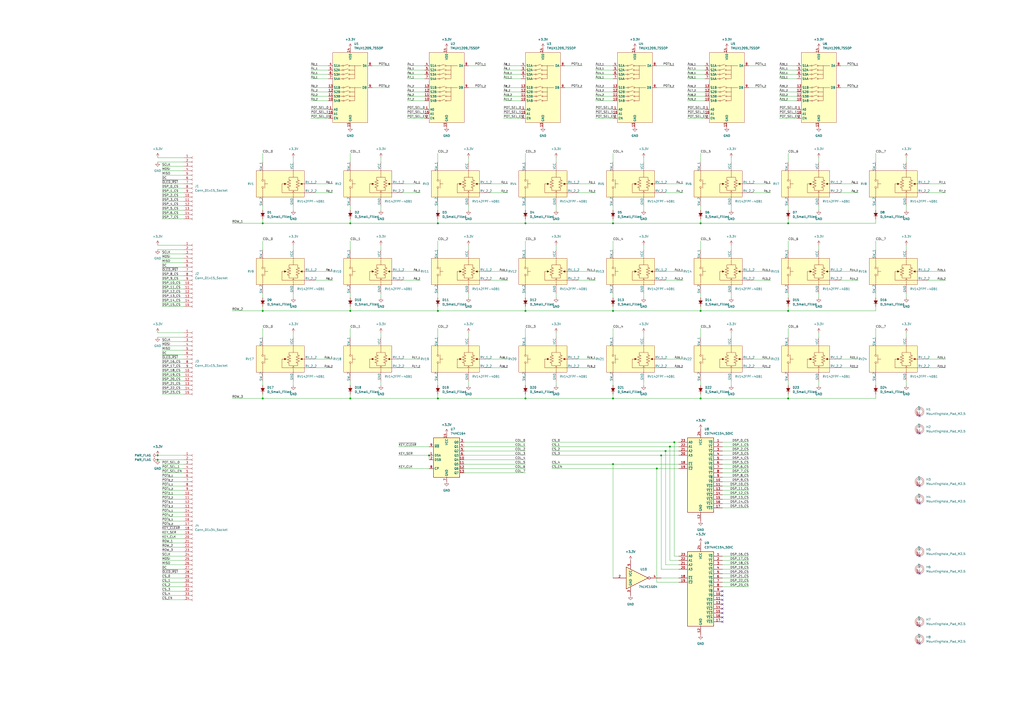
<source format=kicad_sch>
(kicad_sch (version 20230121) (generator eeschema)
  (paper "A2")
  (junction (at 152.4 180.34))
  (junction (at 254 180.34))
  (junction (at 386.08 261.62))
  (junction (at 355.6 180.34))
  (junction (at 406.4 231.14))
  (junction (at 381 271.78))
  (junction (at 457.2 231.14))
  (junction (at 304.8 180.34))
  (junction (at 203.2 231.14))
  (junction (at 457.2 180.34))
  (junction (at 355.6 269.24))
  (junction (at 254 231.14))
  (junction (at 203.2 129.54))
  (junction (at 388.62 259.08))
  (junction (at 152.4 231.14))
  (junction (at 406.4 129.54))
  (junction (at 254 129.54))
  (junction (at 203.2 180.34))
  (junction (at 248.92 264.16))
  (junction (at 355.6 231.14))
  (junction (at 91.44 266.7))
  (junction (at 391.16 256.54))
  (junction (at 152.4 129.54))
  (junction (at 304.8 129.54))
  (junction (at 91.44 264.16))
  (junction (at 457.2 129.54))
  (junction (at 304.8 231.14))
  (junction (at 406.4 180.34))
  (junction (at 383.54 264.16))
  (junction (at 355.6 129.54))
  (no_connect (at 533.4 322.58))
  (no_connect (at 419.1 360.68))
  (no_connect (at 419.1 353.06))
  (no_connect (at 533.4 373.38))
  (no_connect (at 419.1 345.44))
  (no_connect (at 419.1 350.52))
  (no_connect (at 533.4 332.74))
  (no_connect (at 419.1 347.98))
  (no_connect (at 533.4 251.46))
  (no_connect (at 533.4 363.22))
  (no_connect (at 419.1 358.14))
  (no_connect (at 533.4 281.94))
  (no_connect (at 419.1 342.9))
  (no_connect (at 533.4 241.3))
  (no_connect (at 419.1 355.6))
  (no_connect (at 533.4 292.1))
  (wire (pts (xy 398.78 50.8) (xy 408.94 50.8)))
  (wire (pts (xy 93.98 274.32) (xy 106.68 274.32)))
  (wire (pts (xy 386.08 157.48) (xy 396.24 157.48)))
  (wire (pts (xy 436.88 213.36) (xy 447.04 213.36)))
  (wire (pts (xy 388.62 259.08) (xy 393.7 259.08)))
  (wire (pts (xy 203.2 139.7) (xy 203.2 144.78)))
  (wire (pts (xy 436.88 208.28) (xy 447.04 208.28)))
  (wire (pts (xy 292.1 58.42) (xy 302.26 58.42)))
  (wire (pts (xy 284.48 208.28) (xy 294.64 208.28)))
  (wire (pts (xy 457.2 88.9) (xy 457.2 93.98)))
  (wire (pts (xy 398.78 53.34) (xy 408.94 53.34)))
  (wire (pts (xy 180.34 43.18) (xy 190.5 43.18)))
  (wire (pts (xy 271.78 193.04) (xy 271.78 195.58)))
  (wire (pts (xy 419.1 332.74) (xy 434.34 332.74)))
  (wire (pts (xy 487.68 208.28) (xy 497.84 208.28)))
  (wire (pts (xy 419.1 276.86) (xy 434.34 276.86)))
  (wire (pts (xy 93.98 213.36) (xy 106.68 213.36)))
  (wire (pts (xy 419.1 292.1) (xy 434.34 292.1)))
  (wire (pts (xy 254 180.34) (xy 304.8 180.34)))
  (wire (pts (xy 236.22 40.64) (xy 246.38 40.64)))
  (wire (pts (xy 269.24 261.62) (xy 304.8 261.62)))
  (wire (pts (xy 452.12 53.34) (xy 462.28 53.34)))
  (wire (pts (xy 452.12 43.18) (xy 462.28 43.18)))
  (wire (pts (xy 373.38 119.38) (xy 373.38 121.92)))
  (wire (pts (xy 419.1 274.32) (xy 434.34 274.32)))
  (wire (pts (xy 93.98 116.84) (xy 106.68 116.84)))
  (wire (pts (xy 292.1 50.8) (xy 302.26 50.8)))
  (wire (pts (xy 419.1 281.94) (xy 434.34 281.94)))
  (wire (pts (xy 93.98 325.12) (xy 106.68 325.12)))
  (wire (pts (xy 457.2 139.7) (xy 457.2 144.78)))
  (wire (pts (xy 424.18 142.24) (xy 424.18 144.78)))
  (wire (pts (xy 487.68 162.56) (xy 497.84 162.56)))
  (wire (pts (xy 182.88 208.28) (xy 193.04 208.28)))
  (wire (pts (xy 434.34 50.8) (xy 444.5 50.8)))
  (wire (pts (xy 93.98 347.98) (xy 106.68 347.98)))
  (wire (pts (xy 292.1 53.34) (xy 302.26 53.34)))
  (wire (pts (xy 152.4 170.18) (xy 152.4 172.72)))
  (wire (pts (xy 93.98 294.64) (xy 106.68 294.64)))
  (wire (pts (xy 269.24 274.32) (xy 304.8 274.32)))
  (wire (pts (xy 180.34 68.58) (xy 190.5 68.58)))
  (wire (pts (xy 152.4 231.14) (xy 203.2 231.14)))
  (wire (pts (xy 93.98 175.26) (xy 106.68 175.26)))
  (wire (pts (xy 327.66 50.8) (xy 337.82 50.8)))
  (wire (pts (xy 388.62 325.12) (xy 388.62 259.08)))
  (wire (pts (xy 93.98 124.46) (xy 106.68 124.46)))
  (wire (pts (xy 152.4 119.38) (xy 152.4 121.92)))
  (wire (pts (xy 406.4 129.54) (xy 457.2 129.54)))
  (wire (pts (xy 391.16 256.54) (xy 391.16 322.58)))
  (wire (pts (xy 373.38 91.44) (xy 373.38 93.98)))
  (wire (pts (xy 345.44 38.1) (xy 355.6 38.1)))
  (wire (pts (xy 424.18 91.44) (xy 424.18 93.98)))
  (wire (pts (xy 457.2 127) (xy 457.2 129.54)))
  (wire (pts (xy 254 170.18) (xy 254 172.72)))
  (wire (pts (xy 474.98 170.18) (xy 474.98 172.72)))
  (wire (pts (xy 474.98 193.04) (xy 474.98 195.58)))
  (wire (pts (xy 304.8 129.54) (xy 355.6 129.54)))
  (wire (pts (xy 182.88 162.56) (xy 193.04 162.56)))
  (wire (pts (xy 525.78 142.24) (xy 525.78 144.78)))
  (wire (pts (xy 254 139.7) (xy 254 144.78)))
  (wire (pts (xy 93.98 119.38) (xy 106.68 119.38)))
  (wire (pts (xy 203.2 129.54) (xy 254 129.54)))
  (wire (pts (xy 508 170.18) (xy 508 172.72)))
  (wire (pts (xy 327.66 38.1) (xy 337.82 38.1)))
  (wire (pts (xy 457.2 228.6) (xy 457.2 231.14)))
  (wire (pts (xy 393.7 322.58) (xy 391.16 322.58)))
  (wire (pts (xy 180.34 55.88) (xy 190.5 55.88)))
  (wire (pts (xy 419.1 261.62) (xy 434.34 261.62)))
  (wire (pts (xy 91.44 195.58) (xy 106.68 195.58)))
  (wire (pts (xy 203.2 177.8) (xy 203.2 180.34)))
  (wire (pts (xy 457.2 170.18) (xy 457.2 172.72)))
  (wire (pts (xy 508 119.38) (xy 508 121.92)))
  (wire (pts (xy 93.98 309.88) (xy 106.68 309.88)))
  (wire (pts (xy 538.48 106.68) (xy 548.64 106.68)))
  (wire (pts (xy 320.04 259.08) (xy 388.62 259.08)))
  (wire (pts (xy 386.08 261.62) (xy 393.7 261.62)))
  (wire (pts (xy 93.98 99.06) (xy 106.68 99.06)))
  (wire (pts (xy 269.24 259.08) (xy 304.8 259.08)))
  (wire (pts (xy 393.7 327.66) (xy 386.08 327.66)))
  (wire (pts (xy 93.98 177.8) (xy 106.68 177.8)))
  (wire (pts (xy 269.24 264.16) (xy 304.8 264.16)))
  (wire (pts (xy 335.28 106.68) (xy 345.44 106.68)))
  (wire (pts (xy 381 38.1) (xy 391.16 38.1)))
  (wire (pts (xy 254 88.9) (xy 254 93.98)))
  (wire (pts (xy 386.08 106.68) (xy 396.24 106.68)))
  (wire (pts (xy 93.98 307.34) (xy 106.68 307.34)))
  (wire (pts (xy 93.98 101.6) (xy 106.68 101.6)))
  (wire (pts (xy 203.2 190.5) (xy 203.2 195.58)))
  (wire (pts (xy 215.9 38.1) (xy 226.06 38.1)))
  (wire (pts (xy 220.98 119.38) (xy 220.98 121.92)))
  (wire (pts (xy 236.22 50.8) (xy 246.38 50.8)))
  (wire (pts (xy 203.2 88.9) (xy 203.2 93.98)))
  (wire (pts (xy 231.14 264.16) (xy 248.92 264.16)))
  (wire (pts (xy 508 190.5) (xy 508 195.58)))
  (wire (pts (xy 93.98 281.94) (xy 106.68 281.94)))
  (wire (pts (xy 271.78 220.98) (xy 271.78 223.52)))
  (wire (pts (xy 345.44 58.42) (xy 355.6 58.42)))
  (wire (pts (xy 93.98 109.22) (xy 106.68 109.22)))
  (wire (pts (xy 170.18 119.38) (xy 170.18 121.92)))
  (wire (pts (xy 304.8 88.9) (xy 304.8 93.98)))
  (wire (pts (xy 152.4 180.34) (xy 203.2 180.34)))
  (wire (pts (xy 203.2 231.14) (xy 254 231.14)))
  (wire (pts (xy 457.2 119.38) (xy 457.2 121.92)))
  (wire (pts (xy 180.34 58.42) (xy 190.5 58.42)))
  (wire (pts (xy 406.4 220.98) (xy 406.4 223.52)))
  (wire (pts (xy 93.98 223.52) (xy 106.68 223.52)))
  (wire (pts (xy 406.4 119.38) (xy 406.4 121.92)))
  (wire (pts (xy 93.98 106.68) (xy 106.68 106.68)))
  (wire (pts (xy 93.98 314.96) (xy 106.68 314.96)))
  (wire (pts (xy 284.48 213.36) (xy 294.64 213.36)))
  (wire (pts (xy 406.4 231.14) (xy 457.2 231.14)))
  (wire (pts (xy 355.6 180.34) (xy 406.4 180.34)))
  (wire (pts (xy 487.68 106.68) (xy 497.84 106.68)))
  (wire (pts (xy 419.1 289.56) (xy 434.34 289.56)))
  (wire (pts (xy 508 88.9) (xy 508 93.98)))
  (wire (pts (xy 93.98 172.72) (xy 106.68 172.72)))
  (wire (pts (xy 320.04 264.16) (xy 383.54 264.16)))
  (wire (pts (xy 93.98 335.28) (xy 106.68 335.28)))
  (wire (pts (xy 236.22 45.72) (xy 246.38 45.72)))
  (wire (pts (xy 93.98 114.3) (xy 106.68 114.3)))
  (wire (pts (xy 93.98 205.74) (xy 106.68 205.74)))
  (wire (pts (xy 419.1 269.24) (xy 434.34 269.24)))
  (wire (pts (xy 355.6 139.7) (xy 355.6 144.78)))
  (wire (pts (xy 93.98 160.02) (xy 106.68 160.02)))
  (wire (pts (xy 91.44 266.7) (xy 106.68 266.7)))
  (wire (pts (xy 93.98 203.2) (xy 106.68 203.2)))
  (wire (pts (xy 345.44 66.04) (xy 355.6 66.04)))
  (wire (pts (xy 271.78 50.8) (xy 281.94 50.8)))
  (wire (pts (xy 180.34 38.1) (xy 190.5 38.1)))
  (wire (pts (xy 93.98 340.36) (xy 106.68 340.36)))
  (wire (pts (xy 386.08 213.36) (xy 396.24 213.36)))
  (wire (pts (xy 525.78 91.44) (xy 525.78 93.98)))
  (wire (pts (xy 93.98 269.24) (xy 106.68 269.24)))
  (wire (pts (xy 398.78 68.58) (xy 408.94 68.58)))
  (wire (pts (xy 345.44 68.58) (xy 355.6 68.58)))
  (wire (pts (xy 236.22 66.04) (xy 246.38 66.04)))
  (wire (pts (xy 292.1 66.04) (xy 302.26 66.04)))
  (wire (pts (xy 419.1 264.16) (xy 434.34 264.16)))
  (wire (pts (xy 335.28 162.56) (xy 345.44 162.56)))
  (wire (pts (xy 525.78 119.38) (xy 525.78 121.92)))
  (wire (pts (xy 457.2 231.14) (xy 508 231.14)))
  (wire (pts (xy 322.58 220.98) (xy 322.58 223.52)))
  (wire (pts (xy 93.98 154.94) (xy 106.68 154.94)))
  (wire (pts (xy 322.58 142.24) (xy 322.58 144.78)))
  (wire (pts (xy 487.68 111.76) (xy 497.84 111.76)))
  (wire (pts (xy 419.1 279.4) (xy 434.34 279.4)))
  (wire (pts (xy 180.34 50.8) (xy 190.5 50.8)))
  (wire (pts (xy 304.8 180.34) (xy 355.6 180.34)))
  (wire (pts (xy 406.4 180.34) (xy 457.2 180.34)))
  (wire (pts (xy 170.18 91.44) (xy 170.18 93.98)))
  (wire (pts (xy 304.8 119.38) (xy 304.8 121.92)))
  (wire (pts (xy 406.4 228.6) (xy 406.4 231.14)))
  (wire (pts (xy 93.98 165.1) (xy 106.68 165.1)))
  (wire (pts (xy 406.4 190.5) (xy 406.4 195.58)))
  (wire (pts (xy 271.78 119.38) (xy 271.78 121.92)))
  (wire (pts (xy 508 228.6) (xy 508 231.14)))
  (wire (pts (xy 248.92 264.16) (xy 248.92 266.7)))
  (wire (pts (xy 292.1 43.18) (xy 302.26 43.18)))
  (wire (pts (xy 233.68 157.48) (xy 243.84 157.48)))
  (wire (pts (xy 292.1 55.88) (xy 302.26 55.88)))
  (wire (pts (xy 419.1 337.82) (xy 434.34 337.82)))
  (wire (pts (xy 383.54 264.16) (xy 393.7 264.16)))
  (wire (pts (xy 93.98 297.18) (xy 106.68 297.18)))
  (wire (pts (xy 93.98 337.82) (xy 106.68 337.82)))
  (wire (pts (xy 452.12 55.88) (xy 462.28 55.88)))
  (wire (pts (xy 345.44 63.5) (xy 355.6 63.5)))
  (wire (pts (xy 381 271.78) (xy 381 337.82)))
  (wire (pts (xy 335.28 208.28) (xy 345.44 208.28)))
  (wire (pts (xy 398.78 40.64) (xy 408.94 40.64)))
  (wire (pts (xy 220.98 193.04) (xy 220.98 195.58)))
  (wire (pts (xy 508 139.7) (xy 508 144.78)))
  (wire (pts (xy 93.98 157.48) (xy 106.68 157.48)))
  (wire (pts (xy 398.78 66.04) (xy 408.94 66.04)))
  (wire (pts (xy 335.28 111.76) (xy 345.44 111.76)))
  (wire (pts (xy 345.44 55.88) (xy 355.6 55.88)))
  (wire (pts (xy 91.44 193.04) (xy 106.68 193.04)))
  (wire (pts (xy 203.2 180.34) (xy 254 180.34)))
  (wire (pts (xy 254 190.5) (xy 254 195.58)))
  (wire (pts (xy 271.78 170.18) (xy 271.78 172.72)))
  (wire (pts (xy 152.4 228.6) (xy 152.4 231.14)))
  (wire (pts (xy 386.08 111.76) (xy 396.24 111.76)))
  (wire (pts (xy 320.04 269.24) (xy 355.6 269.24)))
  (wire (pts (xy 269.24 266.7) (xy 304.8 266.7)))
  (wire (pts (xy 474.98 142.24) (xy 474.98 144.78)))
  (wire (pts (xy 304.8 139.7) (xy 304.8 144.78)))
  (wire (pts (xy 152.4 139.7) (xy 152.4 144.78)))
  (wire (pts (xy 320.04 256.54) (xy 391.16 256.54)))
  (wire (pts (xy 93.98 345.44) (xy 106.68 345.44)))
  (wire (pts (xy 292.1 63.5) (xy 302.26 63.5)))
  (wire (pts (xy 180.34 63.5) (xy 190.5 63.5)))
  (wire (pts (xy 508 127) (xy 508 129.54)))
  (wire (pts (xy 284.48 106.68) (xy 294.64 106.68)))
  (wire (pts (xy 398.78 63.5) (xy 408.94 63.5)))
  (wire (pts (xy 320.04 261.62) (xy 386.08 261.62)))
  (wire (pts (xy 487.68 157.48) (xy 497.84 157.48)))
  (wire (pts (xy 304.8 177.8) (xy 304.8 180.34)))
  (wire (pts (xy 419.1 335.28) (xy 434.34 335.28)))
  (wire (pts (xy 93.98 322.58) (xy 106.68 322.58)))
  (wire (pts (xy 393.7 330.2) (xy 383.54 330.2)))
  (wire (pts (xy 355.6 177.8) (xy 355.6 180.34)))
  (wire (pts (xy 386.08 162.56) (xy 396.24 162.56)))
  (wire (pts (xy 93.98 312.42) (xy 106.68 312.42)))
  (wire (pts (xy 386.08 327.66) (xy 386.08 261.62)))
  (wire (pts (xy 233.68 213.36) (xy 243.84 213.36)))
  (wire (pts (xy 436.88 162.56) (xy 447.04 162.56)))
  (wire (pts (xy 152.4 220.98) (xy 152.4 223.52)))
  (wire (pts (xy 525.78 220.98) (xy 525.78 223.52)))
  (wire (pts (xy 335.28 213.36) (xy 345.44 213.36)))
  (wire (pts (xy 373.38 193.04) (xy 373.38 195.58)))
  (wire (pts (xy 134.62 129.54) (xy 152.4 129.54)))
  (wire (pts (xy 93.98 271.78) (xy 106.68 271.78)))
  (wire (pts (xy 355.6 228.6) (xy 355.6 231.14)))
  (wire (pts (xy 180.34 45.72) (xy 190.5 45.72)))
  (wire (pts (xy 93.98 121.92) (xy 106.68 121.92)))
  (wire (pts (xy 345.44 53.34) (xy 355.6 53.34)))
  (wire (pts (xy 269.24 256.54) (xy 304.8 256.54)))
  (wire (pts (xy 93.98 104.14) (xy 106.68 104.14)))
  (wire (pts (xy 170.18 193.04) (xy 170.18 195.58)))
  (wire (pts (xy 386.08 208.28) (xy 396.24 208.28)))
  (wire (pts (xy 304.8 127) (xy 304.8 129.54)))
  (wire (pts (xy 419.1 340.36) (xy 434.34 340.36)))
  (wire (pts (xy 233.68 208.28) (xy 243.84 208.28)))
  (wire (pts (xy 93.98 218.44) (xy 106.68 218.44)))
  (wire (pts (xy 254 119.38) (xy 254 121.92)))
  (wire (pts (xy 93.98 302.26) (xy 106.68 302.26)))
  (wire (pts (xy 419.1 284.48) (xy 434.34 284.48)))
  (wire (pts (xy 419.1 294.64) (xy 434.34 294.64)))
  (wire (pts (xy 93.98 111.76) (xy 106.68 111.76)))
  (wire (pts (xy 236.22 43.18) (xy 246.38 43.18)))
  (wire (pts (xy 393.7 337.82) (xy 381 337.82)))
  (wire (pts (xy 91.44 91.44) (xy 106.68 91.44)))
  (wire (pts (xy 93.98 317.5) (xy 106.68 317.5)))
  (wire (pts (xy 93.98 292.1) (xy 106.68 292.1)))
  (wire (pts (xy 93.98 210.82) (xy 106.68 210.82)))
  (wire (pts (xy 452.12 63.5) (xy 462.28 63.5)))
  (wire (pts (xy 474.98 119.38) (xy 474.98 121.92)))
  (wire (pts (xy 424.18 170.18) (xy 424.18 172.72)))
  (wire (pts (xy 93.98 330.2) (xy 106.68 330.2)))
  (wire (pts (xy 508 177.8) (xy 508 180.34)))
  (wire (pts (xy 254 127) (xy 254 129.54)))
  (wire (pts (xy 398.78 58.42) (xy 408.94 58.42)))
  (wire (pts (xy 398.78 45.72) (xy 408.94 45.72)))
  (wire (pts (xy 487.68 50.8) (xy 497.84 50.8)))
  (wire (pts (xy 180.34 40.64) (xy 190.5 40.64)))
  (wire (pts (xy 419.1 330.2) (xy 434.34 330.2)))
  (wire (pts (xy 215.9 50.8) (xy 226.06 50.8)))
  (wire (pts (xy 487.68 213.36) (xy 497.84 213.36)))
  (wire (pts (xy 236.22 58.42) (xy 246.38 58.42)))
  (wire (pts (xy 93.98 198.12) (xy 106.68 198.12)))
  (wire (pts (xy 93.98 327.66) (xy 106.68 327.66)))
  (wire (pts (xy 93.98 147.32) (xy 106.68 147.32)))
  (wire (pts (xy 452.12 40.64) (xy 462.28 40.64)))
  (wire (pts (xy 134.62 180.34) (xy 152.4 180.34)))
  (wire (pts (xy 452.12 45.72) (xy 462.28 45.72)))
  (wire (pts (xy 538.48 208.28) (xy 548.64 208.28)))
  (wire (pts (xy 304.8 170.18) (xy 304.8 172.72)))
  (wire (pts (xy 220.98 170.18) (xy 220.98 172.72)))
  (wire (pts (xy 93.98 208.28) (xy 106.68 208.28)))
  (wire (pts (xy 152.4 129.54) (xy 203.2 129.54)))
  (wire (pts (xy 254 231.14) (xy 304.8 231.14)))
  (wire (pts (xy 93.98 162.56) (xy 106.68 162.56)))
  (wire (pts (xy 436.88 157.48) (xy 447.04 157.48)))
  (wire (pts (xy 538.48 162.56) (xy 548.64 162.56)))
  (wire (pts (xy 292.1 38.1) (xy 302.26 38.1)))
  (wire (pts (xy 436.88 111.76) (xy 447.04 111.76)))
  (wire (pts (xy 93.98 284.48) (xy 106.68 284.48)))
  (wire (pts (xy 271.78 142.24) (xy 271.78 144.78)))
  (wire (pts (xy 419.1 266.7) (xy 434.34 266.7)))
  (wire (pts (xy 304.8 228.6) (xy 304.8 231.14)))
  (wire (pts (xy 182.88 111.76) (xy 193.04 111.76)))
  (wire (pts (xy 93.98 332.74) (xy 106.68 332.74)))
  (wire (pts (xy 203.2 220.98) (xy 203.2 223.52)))
  (wire (pts (xy 93.98 200.66) (xy 106.68 200.66)))
  (wire (pts (xy 93.98 289.56) (xy 106.68 289.56)))
  (wire (pts (xy 304.8 220.98) (xy 304.8 223.52)))
  (wire (pts (xy 424.18 119.38) (xy 424.18 121.92)))
  (wire (pts (xy 457.2 129.54) (xy 508 129.54)))
  (wire (pts (xy 93.98 299.72) (xy 106.68 299.72)))
  (wire (pts (xy 93.98 170.18) (xy 106.68 170.18)))
  (wire (pts (xy 391.16 256.54) (xy 393.7 256.54)))
  (wire (pts (xy 271.78 91.44) (xy 271.78 93.98)))
  (wire (pts (xy 91.44 142.24) (xy 106.68 142.24)))
  (wire (pts (xy 284.48 157.48) (xy 294.64 157.48)))
  (wire (pts (xy 304.8 190.5) (xy 304.8 195.58)))
  (wire (pts (xy 457.2 177.8) (xy 457.2 180.34)))
  (wire (pts (xy 233.68 162.56) (xy 243.84 162.56)))
  (wire (pts (xy 93.98 287.02) (xy 106.68 287.02)))
  (wire (pts (xy 182.88 213.36) (xy 193.04 213.36)))
  (wire (pts (xy 355.6 190.5) (xy 355.6 195.58)))
  (wire (pts (xy 93.98 152.4) (xy 106.68 152.4)))
  (wire (pts (xy 93.98 320.04) (xy 106.68 320.04)))
  (wire (pts (xy 152.4 190.5) (xy 152.4 195.58)))
  (wire (pts (xy 452.12 66.04) (xy 462.28 66.04)))
  (wire (pts (xy 220.98 220.98) (xy 220.98 223.52)))
  (wire (pts (xy 452.12 68.58) (xy 462.28 68.58)))
  (wire (pts (xy 406.4 170.18) (xy 406.4 172.72)))
  (wire (pts (xy 134.62 231.14) (xy 152.4 231.14)))
  (wire (pts (xy 419.1 271.78) (xy 434.34 271.78)))
  (wire (pts (xy 345.44 45.72) (xy 355.6 45.72)))
  (wire (pts (xy 203.2 119.38) (xy 203.2 121.92)))
  (wire (pts (xy 355.6 129.54) (xy 406.4 129.54)))
  (wire (pts (xy 182.88 106.68) (xy 193.04 106.68)))
  (wire (pts (xy 508 220.98) (xy 508 223.52)))
  (wire (pts (xy 93.98 96.52) (xy 106.68 96.52)))
  (wire (pts (xy 373.38 170.18) (xy 373.38 172.72)))
  (wire (pts (xy 525.78 193.04) (xy 525.78 195.58)))
  (wire (pts (xy 292.1 68.58) (xy 302.26 68.58)))
  (wire (pts (xy 170.18 220.98) (xy 170.18 223.52)))
  (wire (pts (xy 292.1 40.64) (xy 302.26 40.64)))
  (wire (pts (xy 355.6 88.9) (xy 355.6 93.98)))
  (wire (pts (xy 355.6 231.14) (xy 406.4 231.14)))
  (wire (pts (xy 152.4 177.8) (xy 152.4 180.34)))
  (wire (pts (xy 236.22 63.5) (xy 246.38 63.5)))
  (wire (pts (xy 93.98 226.06) (xy 106.68 226.06)))
  (wire (pts (xy 452.12 50.8) (xy 462.28 50.8)))
  (wire (pts (xy 182.88 157.48) (xy 193.04 157.48)))
  (wire (pts (xy 538.48 157.48) (xy 548.64 157.48)))
  (wire (pts (xy 474.98 220.98) (xy 474.98 223.52)))
  (wire (pts (xy 487.68 38.1) (xy 497.84 38.1)))
  (wire (pts (xy 236.22 38.1) (xy 246.38 38.1)))
  (wire (pts (xy 170.18 170.18) (xy 170.18 172.72)))
  (wire (pts (xy 419.1 256.54) (xy 434.34 256.54)))
  (wire (pts (xy 322.58 170.18) (xy 322.58 172.72)))
  (wire (pts (xy 269.24 269.24) (xy 304.8 269.24)))
  (wire (pts (xy 304.8 231.14) (xy 355.6 231.14)))
  (wire (pts (xy 419.1 325.12) (xy 434.34 325.12)))
  (wire (pts (xy 406.4 88.9) (xy 406.4 93.98)))
  (wire (pts (xy 373.38 220.98) (xy 373.38 223.52)))
  (wire (pts (xy 406.4 139.7) (xy 406.4 144.78)))
  (wire (pts (xy 93.98 220.98) (xy 106.68 220.98)))
  (wire (pts (xy 93.98 127) (xy 106.68 127)))
  (wire (pts (xy 271.78 38.1) (xy 281.94 38.1)))
  (wire (pts (xy 398.78 38.1) (xy 408.94 38.1)))
  (wire (pts (xy 525.78 170.18) (xy 525.78 172.72)))
  (wire (pts (xy 233.68 106.68) (xy 243.84 106.68)))
  (wire (pts (xy 91.44 144.78) (xy 106.68 144.78)))
  (wire (pts (xy 292.1 45.72) (xy 302.26 45.72)))
  (wire (pts (xy 355.6 269.24) (xy 355.6 335.28)))
  (wire (pts (xy 203.2 228.6) (xy 203.2 231.14)))
  (wire (pts (xy 419.1 327.66) (xy 434.34 327.66)))
  (wire (pts (xy 452.12 38.1) (xy 462.28 38.1)))
  (wire (pts (xy 93.98 279.4) (xy 106.68 279.4)))
  (wire (pts (xy 345.44 43.18) (xy 355.6 43.18)))
  (wire (pts (xy 474.98 91.44) (xy 474.98 93.98)))
  (wire (pts (xy 538.48 111.76) (xy 548.64 111.76)))
  (wire (pts (xy 233.68 111.76) (xy 243.84 111.76)))
  (wire (pts (xy 220.98 142.24) (xy 220.98 144.78)))
  (wire (pts (xy 457.2 180.34) (xy 508 180.34)))
  (wire (pts (xy 381 271.78) (xy 393.7 271.78)))
  (wire (pts (xy 393.7 325.12) (xy 388.62 325.12)))
  (wire (pts (xy 203.2 127) (xy 203.2 129.54)))
  (wire (pts (xy 93.98 304.8) (xy 106.68 304.8)))
  (wire (pts (xy 452.12 58.42) (xy 462.28 58.42)))
  (wire (pts (xy 269.24 271.78) (xy 304.8 271.78)))
  (wire (pts (xy 398.78 55.88) (xy 408.94 55.88)))
  (wire (pts (xy 538.48 213.36) (xy 548.64 213.36)))
  (wire (pts (xy 93.98 149.86) (xy 106.68 149.86)))
  (wire (pts (xy 236.22 53.34) (xy 246.38 53.34)))
  (wire (pts (xy 406.4 127) (xy 406.4 129.54)))
  (wire (pts (xy 93.98 342.9) (xy 106.68 342.9)))
  (wire (pts (xy 322.58 91.44) (xy 322.58 93.98)))
  (wire (pts (xy 345.44 40.64) (xy 355.6 40.64)))
  (wire (pts (xy 284.48 162.56) (xy 294.64 162.56)))
  (wire (pts (xy 254 177.8) (xy 254 180.34)))
  (wire (pts (xy 320.04 271.78) (xy 381 271.78)))
  (wire (pts (xy 322.58 193.04) (xy 322.58 195.58)))
  (wire (pts (xy 424.18 220.98) (xy 424.18 223.52)))
  (wire (pts (xy 419.1 259.08) (xy 434.34 259.08)))
  (wire (pts (xy 355.6 220.98) (xy 355.6 223.52)))
  (wire (pts (xy 434.34 38.1) (xy 444.5 38.1)))
  (wire (pts (xy 355.6 170.18) (xy 355.6 172.72)))
  (wire (pts (xy 203.2 170.18) (xy 203.2 172.72)))
  (wire (pts (xy 93.98 228.6) (xy 106.68 228.6)))
  (wire (pts (xy 152.4 88.9) (xy 152.4 93.98)))
  (wire (pts (xy 398.78 43.18) (xy 408.94 43.18)))
  (wire (pts (xy 180.34 66.04) (xy 190.5 66.04)))
  (wire (pts (xy 220.98 91.44) (xy 220.98 93.98)))
  (wire (pts (xy 383.54 330.2) (xy 383.54 264.16)))
  (wire (pts (xy 345.44 50.8) (xy 355.6 50.8)))
  (wire (pts (xy 457.2 190.5) (xy 457.2 195.58)))
  (wire (pts (xy 355.6 119.38) (xy 355.6 121.92)))
  (wire (pts (xy 231.14 259.08) (xy 248.92 259.08)))
  (wire (pts (xy 170.18 142.24) (xy 170.18 144.78)))
  (wire (pts (xy 355.6 127) (xy 355.6 129.54)))
  (wire (pts (xy 457.2 220.98) (xy 457.2 223.52)))
  (wire (pts (xy 436.88 106.68) (xy 447.04 106.68)))
  (wire (pts (xy 335.28 157.48) (xy 345.44 157.48)))
  (wire (pts (xy 254 228.6) (xy 254 231.14)))
  (wire (pts (xy 373.38 142.24) (xy 373.38 144.78)))
  (wire (pts (xy 91.44 264.16) (xy 106.68 264.16)))
  (wire (pts (xy 383.54 335.28) (xy 393.7 335.28)))
  (wire (pts (xy 93.98 215.9) (xy 106.68 215.9)))
  (wire (pts (xy 93.98 167.64) (xy 106.68 167.64)))
  (wire (pts (xy 91.44 93.98) (xy 106.68 93.98)))
  (wire (pts (xy 236.22 68.58) (xy 246.38 68.58)))
  (wire (pts (xy 254 129.54) (xy 304.8 129.54)))
  (wire (pts (xy 322.58 119.38) (xy 322.58 121.92)))
  (wire (pts (xy 419.1 287.02) (xy 434.34 287.02)))
  (wire (pts (xy 180.34 53.34) (xy 190.5 53.34)))
  (wire (pts (xy 406.4 177.8) (xy 406.4 180.34)))
  (wire (pts (xy 236.22 55.88) (xy 246.38 55.88)))
  (wire (pts (xy 231.14 271.78) (xy 248.92 271.78)))
  (wire (pts (xy 393.7 269.24) (xy 355.6 269.24)))
  (wire (pts (xy 284.48 111.76) (xy 294.64 111.76)))
  (wire (pts (xy 381 50.8) (xy 391.16 50.8)))
  (wire (pts (xy 424.18 193.04) (xy 424.18 195.58)))
  (wire (pts (xy 254 220.98) (xy 254 223.52)))
  (wire (pts (xy 93.98 276.86) (xy 106.68 276.86)))
  (wire (pts (xy 152.4 127) (xy 152.4 129.54)))
  (wire (pts (xy 419.1 322.58) (xy 434.34 322.58)))
  (label "POT_SEL_1" (at 398.78 66.04 0))
  (label "DSP_10_CS" (at 93.98 165.1 0))
  (label "A_{15_1}" (at 345.44 45.72 0))
  (label "A_{18_2}" (at 398.78 55.88 0))
  (label "DSP_0_CS" (at 93.98 109.22 0))
  (label "~{OLED_RST}" (at 93.98 332.74 0))
  (label "A_{15_2}" (at 345.44 58.42 0))
  (label "COL_1" (at 203.2 190.5 0))
  (label "MISO" (at 93.98 152.4 0))
  (label "A_{20_1}" (at 452.12 38.1 0))
  (label "MISO" (at 93.98 101.6 0))
  (label "A_{23_1}" (at 548.64 208.28 180))
  (label "CS_4" (at 93.98 345.44 0))
  (label "DSP_7_CS" (at 93.98 127 0))
  (label "POT_{3_2}" (at 93.98 294.64 0))
  (label "POT_SEL_0" (at 180.34 63.5 0))
  (label "A_{5_1}" (at 236.22 40.64 0))
  (label "ROW_1" (at 134.62 129.54 0))
  (label "DSP_2_CS" (at 93.98 114.3 0))
  (label "DSP_1_CS" (at 93.98 111.76 0))
  (label "COL_4" (at 355.6 190.5 0))
  (label "A_{22_2}" (at 452.12 55.88 0))
  (label "POT_{1_1}" (at 281.94 38.1 180))
  (label "A_{8_2}" (at 292.1 50.8 0))
  (label "DSP_9_CS" (at 93.98 162.56 0))
  (label "POT_{2_2}" (at 93.98 289.56 0))
  (label "A_{7_2}" (at 236.22 58.42 0))
  (label "COL_5" (at 406.4 88.9 0))
  (label "COL_7" (at 304.8 274.32 180))
  (label "A_{20_2}" (at 396.24 213.36 180))
  (label "POT_SEL_EN" (at 452.12 68.58 0))
  (label "A_{16_1}" (at 193.04 208.28 180))
  (label "A_{21_2}" (at 447.04 213.36 180))
  (label "DSP_8_CS" (at 434.34 276.86 180))
  (label "A_{4_2}" (at 236.22 50.8 0))
  (label "POT_{5_2}" (at 497.84 50.8 180))
  (label "COL_1" (at 304.8 259.08 180))
  (label "A_{14_1}" (at 345.44 43.18 0))
  (label "COL_1" (at 203.2 88.9 0))
  (label "A_{3_2}" (at 180.34 58.42 0))
  (label "A_{14_2}" (at 497.84 162.56 180))
  (label "A_{19_2}" (at 398.78 58.42 0))
  (label "A_{11_2}" (at 292.1 58.42 0))
  (label "A_{8_1}" (at 193.04 157.48 180))
  (label "A_{7_1}" (at 236.22 45.72 0))
  (label "A_{2_1}" (at 180.34 43.18 0))
  (label "DSP_18_CS" (at 434.34 327.66 180))
  (label "COL_5" (at 406.4 139.7 0))
  (label "A_{0_1}" (at 193.04 106.68 180))
  (label "DSP_1_CS" (at 434.34 259.08 180))
  (label "A_{1_2}" (at 180.34 53.34 0))
  (label "A_{10_1}" (at 294.64 157.48 180))
  (label "A_{0_1}" (at 180.34 38.1 0))
  (label "COL_2" (at 254 190.5 0))
  (label "A_{16_1}" (at 398.78 38.1 0))
  (label "POT_SEL_0" (at 236.22 63.5 0))
  (label "DC" (at 93.98 205.74 0))
  (label "COL_4" (at 355.6 139.7 0))
  (label "DSP_23_CS" (at 434.34 340.36 180))
  (label "A_{14_1}" (at 497.84 157.48 180))
  (label "POT_{2_2}" (at 337.82 50.8 180))
  (label "POT_{5_1}" (at 497.84 38.1 180))
  (label "A_{6_1}" (at 236.22 43.18 0))
  (label "A_{4_1}" (at 236.22 38.1 0))
  (label "A_{9_2}" (at 243.84 162.56 180))
  (label "POT_{2_1}" (at 93.98 287.02 0))
  (label "ROW_1" (at 93.98 314.96 0))
  (label "COL_5" (at 304.8 269.24 180))
  (label "DSP_21_CS" (at 93.98 223.52 0))
  (label "A_{23_2}" (at 548.64 213.36 180))
  (label "DC" (at 93.98 154.94 0))
  (label "A_{12_2}" (at 396.24 162.56 180))
  (label "A_{18_2}" (at 294.64 213.36 180))
  (label "A_{13_2}" (at 345.44 53.34 0))
  (label "KEY_CLK" (at 231.14 271.78 0))
  (label "POT_SEL_0" (at 345.44 63.5 0))
  (label "A_{21_1}" (at 447.04 208.28 180))
  (label "POT_SEL_EN" (at 180.34 68.58 0))
  (label "DC" (at 93.98 104.14 0))
  (label "DSP_21_CS" (at 434.34 335.28 180))
  (label "POT_{0_2}" (at 226.06 50.8 180))
  (label "POT_SEL_0" (at 292.1 63.5 0))
  (label "DSP_15_CS" (at 93.98 177.8 0))
  (label "A_{23_1}" (at 452.12 45.72 0))
  (label "DSP_14_CS" (at 434.34 292.1 180))
  (label "A_{2_2}" (at 180.34 55.88 0))
  (label "A_{4_2}" (at 396.24 111.76 180))
  (label "ROW_3" (at 134.62 231.14 0))
  (label "SCLK" (at 93.98 198.12 0))
  (label "POT_{4_1}" (at 444.5 38.1 180))
  (label "DSP_6_CS" (at 93.98 124.46 0))
  (label "A_{22_2}" (at 497.84 213.36 180))
  (label "DSP_4_CS" (at 434.34 266.7 180))
  (label "POT_{4_1}" (at 93.98 297.18 0))
  (label "POT_{0_2}" (at 93.98 279.4 0))
  (label "A_{15_1}" (at 548.64 157.48 180))
  (label "COL_3" (at 304.8 264.16 180))
  (label "DSP_23_CS" (at 93.98 228.6 0))
  (label "POT_SEL_1" (at 93.98 271.78 0))
  (label "CS_2" (at 93.98 340.36 0))
  (label "POT_SEL_EN" (at 398.78 68.58 0))
  (label "DSP_17_CS" (at 93.98 213.36 0))
  (label "A_{17_2}" (at 398.78 53.34 0))
  (label "CS_EN" (at 320.04 271.78 0))
  (label "COL_0" (at 304.8 256.54 180))
  (label "A_{21_2}" (at 452.12 53.34 0))
  (label "CS_0" (at 320.04 256.54 0))
  (label "POT_SEL_1" (at 292.1 66.04 0))
  (label "~{OLED_RST}" (at 93.98 208.28 0))
  (label "POT_{3_1}" (at 391.16 38.1 180))
  (label "MOSI" (at 93.98 200.66 0))
  (label "COL_3" (at 304.8 139.7 0))
  (label "POT_{1_2}" (at 281.94 50.8 180))
  (label "A_{12_1}" (at 396.24 157.48 180))
  (label "POT_{2_1}" (at 337.82 38.1 180))
  (label "A_{7_2}" (at 548.64 111.76 180))
  (label "DSP_3_CS" (at 434.34 264.16 180))
  (label "MOSI" (at 93.98 325.12 0))
  (label "A_{11_1}" (at 345.44 157.48 180))
  (label "A_{2_2}" (at 294.64 111.76 180))
  (label "A_{6_1}" (at 497.84 106.68 180))
  (label "COL_0" (at 152.4 139.7 0))
  (label "POT_{4_2}" (at 93.98 299.72 0))
  (label "DSP_20_CS" (at 434.34 332.74 180))
  (label "POT_SEL_EN" (at 292.1 68.58 0))
  (label "A_{5_2}" (at 236.22 53.34 0))
  (label "A_{10_1}" (at 292.1 43.18 0))
  (label "DSP_22_CS" (at 93.98 226.06 0))
  (label "POT_{0_1}" (at 93.98 276.86 0))
  (label "COL_1" (at 203.2 139.7 0))
  (label "A_{19_1}" (at 398.78 45.72 0))
  (label "A_{9_1}" (at 243.84 157.48 180))
  (label "DSP_22_CS" (at 434.34 337.82 180))
  (label "DSP_12_CS" (at 434.34 287.02 180))
  (label "DSP_7_CS" (at 434.34 274.32 180))
  (label "KEY_CLK" (at 93.98 312.42 0))
  (label "A_{19_2}" (at 345.44 213.36 180))
  (label "DSP_5_CS" (at 93.98 121.92 0))
  (label "DSP_13_CS" (at 434.34 289.56 180))
  (label "POT_SEL_1" (at 452.12 66.04 0))
  (label "DSP_3_CS" (at 93.98 116.84 0))
  (label "A_{13_1}" (at 345.44 40.64 0))
  (label "POT_SEL_1" (at 345.44 66.04 0))
  (label "COL_4" (at 355.6 88.9 0))
  (label "A_{2_1}" (at 294.64 106.68 180))
  (label "CS_2" (at 320.04 261.62 0))
  (label "COL_7" (at 508 88.9 0))
  (label "A_{6_2}" (at 236.22 55.88 0))
  (label "DSP_2_CS" (at 434.34 261.62 180))
  (label "DSP_15_CS" (at 434.34 294.64 180))
  (label "A_{17_2}" (at 243.84 213.36 180))
  (label "POT_SEL_EN" (at 345.44 68.58 0))
  (label "A_{6_2}" (at 497.84 111.76 180))
  (label "CS_0" (at 93.98 335.28 0))
  (label "DSP_10_CS" (at 434.34 281.94 180))
  (label "POT_{1_2}" (at 93.98 284.48 0))
  (label "A_{10_2}" (at 292.1 55.88 0))
  (label "DSP_20_CS" (at 93.98 220.98 0))
  (label "~{OLED_RST}" (at 93.98 106.68 0))
  (label "KEY_SER" (at 93.98 309.88 0))
  (label "A_{15_2}" (at 548.64 162.56 180))
  (label "SCLK" (at 93.98 96.52 0))
  (label "A_{17_1}" (at 398.78 40.64 0))
  (label "DSP_19_CS" (at 434.34 330.2 180))
  (label "A_{1_1}" (at 243.84 106.68 180))
  (label "POT_SEL_0" (at 398.78 63.5 0))
  (label "MOSI" (at 93.98 149.86 0))
  (label "A_{9_1}" (at 292.1 40.64 0))
  (label "POT_SEL_EN" (at 236.22 68.58 0))
  (label "A_{4_1}" (at 396.24 106.68 180))
  (label "COL_2" (at 254 88.9 0))
  (label "CS_3" (at 93.98 342.9 0))
  (label "COL_6" (at 457.2 139.7 0))
  (label "A_{11_2}" (at 345.44 162.56 180))
  (label "DSP_19_CS" (at 93.98 218.44 0))
  (label "DSP_14_CS" (at 93.98 175.26 0))
  (label "COL_0" (at 152.4 88.9 0))
  (label "A_{3_1}" (at 180.34 45.72 0))
  (label "ROW_2" (at 93.98 317.5 0))
  (label "A_{8_1}" (at 292.1 38.1 0))
  (label "POT_{4_2}" (at 444.5 50.8 180))
  (label "POT_{3_2}" (at 391.16 50.8 180))
  (label "MOSI" (at 93.98 99.06 0))
  (label "A_{12_2}" (at 345.44 50.8 0))
  (label "DSP_6_CS" (at 434.34 271.78 180))
  (label "DSP_4_CS" (at 93.98 119.38 0))
  (label "DSP_17_CS" (at 434.34 325.12 180))
  (label "A_{0_2}" (at 180.34 50.8 0))
  (label "A_{0_2}" (at 193.04 111.76 180))
  (label "CS_1" (at 93.98 337.82 0))
  (label "SCLK" (at 93.98 147.32 0))
  (label "DSP_18_CS" (at 93.98 215.9 0))
  (label "COL_2" (at 254 139.7 0))
  (label "A_{9_2}" (at 292.1 53.34 0))
  (label "DSP_5_CS" (at 434.34 269.24 180))
  (label "POT_{0_1}" (at 226.06 38.1 180))
  (label "POT_SEL_0" (at 452.12 63.5 0))
  (label "COL_7" (at 508 190.5 0))
  (label "MISO" (at 93.98 203.2 0))
  (label "POT_{3_1}" (at 93.98 292.1 0))
  (label "A_{14_2}" (at 345.44 55.88 0))
  (label "A_{5_2}" (at 447.04 111.76 180))
  (label "DSP_12_CS" (at 93.98 170.18 0))
  (label "CS_3" (at 320.04 264.16 0))
  (label "A_{1_2}" (at 243.84 111.76 180))
  (label "POT_SEL_EN" (at 93.98 274.32 0))
  (label "A_{22_1}" (at 497.84 208.28 180))
  (label "A_{23_2}" (at 452.12 58.42 0))
  (label "COL_7" (at 508 139.7 0))
  (label "A_{5_1}" (at 447.04 106.68 180))
  (label "A_{3_1}" (at 345.44 106.68 180))
  (label "COL_3" (at 304.8 190.5 0))
  (label "CS_1" (at 320.04 259.08 0))
  (label "POT_SEL_1" (at 180.34 66.04 0))
  (label "A_{18_1}" (at 294.64 208.28 180))
  (label "A_{18_1}" (at 398.78 43.18 0))
  (label "DSP_11_CS" (at 434.34 284.48 180))
  (label "KEY_SER" (at 231.14 264.16 0))
  (label "POT_SEL_1" (at 236.22 66.04 0))
  (label "CS_EN" (at 93.98 347.98 0))
  (label "A_{16_2}" (at 398.78 50.8 0))
  (label "A_{20_1}" (at 396.24 208.28 180))
  (label "DSP_11_CS" (at 93.98 167.64 0))
  (label "ROW_2" (at 134.62 180.34 0))
  (label "A_{20_2}" (at 452.12 50.8 0))
  (label "MISO" (at 93.98 327.66 0))
  (label "ROW_3" (at 93.98 320.04 0))
  (label "POT_{5_1}" (at 93.98 302.26 0))
  (label "A_{16_2}" (at 193.04 213.36 180))
  (label "SCLK" (at 93.98 322.58 0))
  (label "COL_6" (at 304.8 271.78 180))
  (label "DSP_0_CS" (at 434.34 256.54 180))
  (label "CS_4" (at 320.04 269.24 0))
  (label "A_{7_1}" (at 548.64 106.68 180))
  (label "A_{19_1}" (at 345.44 208.28 180))
  (label "A_{8_2}" (at 193.04 162.56 180))
  (label "~{KEY_CLEAR}" (at 231.14 259.08 0))
  (label "A_{12_1}" (at 345.44 38.1 0))
  (label "POT_{1_1}" (at 93.98 281.94 0))
  (label "A_{3_2}" (at 345.44 111.76 180))
  (label "A_{10_2}" (at 294.64 162.56 180))
  (label "COL_3" (at 304.8 88.9 0))
  (label "A_{13_2}" (at 447.04 162.56 180))
  (label "DC" (at 93.98 330.2 0))
  (label "A_{13_1}" (at 447.04 157.48 180))
  (label "COL_0" (at 152.4 190.5 0))
  (label "A_{21_1}" (at 452.12 40.64 0))
  (label "DSP_13_CS" (at 93.98 172.72 0))
  (label "~{KEY_CLEAR}" (at 93.98 307.34 0))
  (label "A_{17_1}" (at 243.84 208.28 180))
  (label "A_{22_1}" (at 452.12 43.18 0))
  (label "COL_6" (at 457.2 190.5 0))
  (label "POT_SEL_0" (at 93.98 269.24 0))
  (label "DSP_16_CS" (at 434.34 322.58 180))
  (label "~{OLED_RST}" (at 93.98 157.48 0))
  (label "A_{11_1}" (at 292.1 45.72 0))
  (label "COL_2" (at 304.8 261.62 180))
  (label "DSP_9_CS" (at 434.34 279.4 180))
  (label "COL_6" (at 457.2 88.9 0))
  (label "DSP_16_CS" (at 93.98 210.82 0))
  (label "COL_4" (at 304.8 266.7 180))
  (label "COL_5" (at 406.4 190.5 0))
  (label "DSP_8_CS" (at 93.98 160.02 0))
  (label "POT_{5_2}" (at 93.98 304.8 0))
  (label "A_{1_1}" (at 180.34 40.64 0))
  (symbol (lib_id "power:GND") (at 91.44 195.58 0) (unit 1)
    (property "Reference" "#PWR01" (effects hide))
    (property "Value" "GND" (at 91.44 200.66 0))
  )
  (symbol (lib_id "power:GND") (at 170.18 121.92 0) (unit 1)
    (property "Reference" "#PWR05" (effects hide))
    (property "Value" "GND" (at 170.18 127 0))
  )
  (symbol (lib_id "power:GND") (at 170.18 172.72 0) (unit 1)
    (property "Reference" "#PWR020" (effects hide))
    (property "Value" "GND" (at 170.18 177.8 0))
  )
  (symbol (lib_id "Device:D_Small_Filled") (at 406.4 226.06 90) (unit 1)
    (property "Reference" "D22" (at 408.94 224.79 90) (effects (justify right)))
    (property "Value" "D_Small_Filled" (at 408.94 227.33 90) (effects (justify right)))
    (property "Footprint" "Diode_SMD:D_SOD-123" (effects hide))
    (property "Sim.Device" "D" (effects hide))
    (property "Sim.Pins" "1=K 2=A" (effects hide))
  )
  (symbol (lib_id "power:GND") (at 220.98 121.92 0) (unit 1)
    (property "Reference" "#PWR06" (effects hide))
    (property "Value" "GND" (at 220.98 127 0))
  )
  (symbol (lib_id "power:GND") (at 365.76 345.44 0) (unit 1)
    (property "Reference" "#PWR076" (effects hide))
    (property "Value" "GND" (at 365.76 350.52 0))
  )
  (symbol (lib_id "Device:D_Small_Filled") (at 254 175.26 90) (unit 1)
    (property "Reference" "D11" (at 256.54 173.99 90) (effects (justify right)))
    (property "Value" "D_Small_Filled" (at 256.54 176.53 90) (effects (justify right)))
    (property "Footprint" "Diode_SMD:D_SOD-123" (effects hide))
    (property "Sim.Device" "D" (effects hide))
    (property "Sim.Pins" "1=K 2=A" (effects hide))
  )
  (symbol (lib_id "MPP_Device:RV142FPF-40B1") (at 264.16 208.28 0) (unit 1)
    (property "Reference" "RV19" (at 248.92 208.28 0) (effects (justify right)))
    (property "Value" "RV142FPF-40B1" (at 281.94 218.44 0))
    (property "Footprint" "MPP_Potentiometer_THT:RV142FPF-40B1" (effects hide))
    (property "Datasheet" "http://www.taiwanalpha.com/downloads?target=products&id=93" (effects hide))
  )
  (symbol (lib_id "power:GND") (at 406.4 368.3 0) (unit 1)
    (property "Reference" "#PWR061" (effects hide))
    (property "Value" "GND" (at 406.4 373.38 0))
  )
  (symbol (lib_id "MPP_Analog_Switch:TMUX1209_TSSOP") (at 474.98 50.8 0) (unit 1)
    (property "Reference" "U6" (at 477.1741 25.4 0) (effects (justify left)))
    (property "Value" "TMUX1209_TSSOP" (at 477.1741 27.94 0) (effects (justify left)))
    (property "Footprint" "Package_SO:TSSOP-16_4.4x5mm_P0.65mm" (effects hide))
    (property "Datasheet" "https://www.ti.com/lit/ds/symlink/tmux1209.pdf?ts=1711160247100&ref_url=https%253A%252F%252Fwww.ti.com%252Fproduct%252FTMUX1209" (effects hide))
  )
  (symbol (lib_id "Device:D_Small_Filled") (at 304.8 175.26 90) (unit 1)
    (property "Reference" "D12" (at 307.34 173.99 90) (effects (justify right)))
    (property "Value" "D_Small_Filled" (at 307.34 176.53 90) (effects (justify right)))
    (property "Footprint" "Diode_SMD:D_SOD-123" (effects hide))
    (property "Sim.Device" "D" (effects hide))
    (property "Sim.Pins" "1=K 2=A" (effects hide))
  )
  (symbol (lib_id "power:GND") (at 259.08 279.4 0) (unit 1)
    (property "Reference" "#PWR058" (effects hide))
    (property "Value" "GND" (at 259.08 284.48 0))
  )
  (symbol (lib_id "power:+3.3V") (at 322.58 193.04 0) (unit 1)
    (property "Reference" "#PWR071" (effects hide))
    (property "Value" "+3.3V" (at 322.58 187.96 0))
  )
  (symbol (lib_id "MPP_Device:RV142FPF-40B1") (at 314.96 208.28 0) (unit 1)
    (property "Reference" "RV20" (at 299.72 208.28 0) (effects (justify right)))
    (property "Value" "RV142FPF-40B1" (at 332.74 218.44 0))
    (property "Footprint" "MPP_Potentiometer_THT:RV142FPF-40B1" (effects hide))
    (property "Datasheet" "http://www.taiwanalpha.com/downloads?target=products&id=93" (effects hide))
  )
  (symbol (lib_id "MPP_Mechanical:MountingHole_Pad_M2.5") (at 533.4 238.76 0) (unit 1)
    (property "Reference" "H1" (at 537.21 237.49 0) (effects (justify left)))
    (property "Value" "MountingHole_Pad_M2.5" (at 537.21 240.03 0) (effects (justify left)))
    (property "Footprint" "MPP_MountingHole:MountingHole_M2.5" (effects hide))
  )
  (symbol (lib_id "power:+3.3V") (at 170.18 193.04 0) (unit 1)
    (property "Reference" "#PWR059" (effects hide))
    (property "Value" "+3.3V" (at 170.18 187.96 0))
  )
  (symbol (lib_id "Device:D_Small_Filled") (at 508 124.46 90) (unit 1)
    (property "Reference" "D8" (at 510.54 123.19 90) (effects (justify right)))
    (property "Value" "D_Small_Filled" (at 510.54 125.73 90) (effects (justify right)))
    (property "Footprint" "Diode_SMD:D_SOD-123" (effects hide))
    (property "Sim.Device" "D" (effects hide))
    (property "Sim.Pins" "1=K 2=A" (effects hide))
  )
  (symbol (lib_id "power:GND") (at 220.98 172.72 0) (unit 1)
    (property "Reference" "#PWR019" (effects hide))
    (property "Value" "GND" (at 220.98 177.8 0))
  )
  (symbol (lib_id "MPP_Analog_Switch:TMUX1209_TSSOP") (at 203.2 50.8 0) (unit 1)
    (property "Reference" "U1" (at 205.3941 25.4 0) (effects (justify left)))
    (property "Value" "TMUX1209_TSSOP" (at 205.3941 27.94 0) (effects (justify left)))
    (property "Footprint" "Package_SO:TSSOP-16_4.4x5mm_P0.65mm" (effects hide))
    (property "Datasheet" "https://www.ti.com/lit/ds/symlink/tmux1209.pdf?ts=1711160247100&ref_url=https%253A%252F%252Fwww.ti.com%252Fproduct%252FTMUX1209" (effects hide))
  )
  (symbol (lib_id "MPP_Device:RV142FPF-40B1") (at 213.36 208.28 0) (unit 1)
    (property "Reference" "RV18" (at 198.12 208.28 0) (effects (justify right)))
    (property "Value" "RV142FPF-40B1" (at 231.14 218.44 0))
    (property "Footprint" "MPP_Potentiometer_THT:RV142FPF-40B1" (effects hide))
    (property "Datasheet" "http://www.taiwanalpha.com/downloads?target=products&id=93" (effects hide))
  )
  (symbol (lib_id "power:+3.3V") (at 424.18 142.24 0) (unit 1)
    (property "Reference" "#PWR029" (effects hide))
    (property "Value" "+3.3V" (at 424.18 137.16 0))
  )
  (symbol (lib_id "Device:D_Small_Filled") (at 152.4 226.06 90) (unit 1)
    (property "Reference" "D17" (at 154.94 224.79 90) (effects (justify right)))
    (property "Value" "D_Small_Filled" (at 154.94 227.33 90) (effects (justify right)))
    (property "Footprint" "Diode_SMD:D_SOD-123" (effects hide))
    (property "Sim.Device" "D" (effects hide))
    (property "Sim.Pins" "1=K 2=A" (effects hide))
  )
  (symbol (lib_id "power:GND") (at 170.18 223.52 0) (unit 1)
    (property "Reference" "#PWR062" (effects hide))
    (property "Value" "GND" (at 170.18 228.6 0))
  )
  (symbol (lib_id "power:+3.3V") (at 259.08 251.46 0) (unit 1)
    (property "Reference" "#PWR056" (effects hide))
    (property "Value" "+3.3V" (at 259.08 246.38 0))
  )
  (symbol (lib_id "power:+3.3V") (at 474.98 193.04 0) (unit 1)
    (property "Reference" "#PWR083" (effects hide))
    (property "Value" "+3.3V" (at 474.98 187.96 0))
  )
  (symbol (lib_id "MPP_74xx:CD74HC154_SOIC") (at 406.4 274.32 0) (unit 1)
    (property "Reference" "U8" (at 408.5941 248.92 0) (effects (justify left)))
    (property "Value" "CD74HC154_SOIC" (at 408.5941 251.46 0) (effects (justify left)))
    (property "Footprint" "Package_SO:SOIC-24W_7.5x15.4mm_P1.27mm" (effects hide))
    (property "Datasheet" "https://www.ti.com/lit/ds/symlink/cd74hc154.pdf" (effects hide))
  )
  (symbol (lib_id "Device:D_Small_Filled") (at 508 175.26 90) (unit 1)
    (property "Reference" "D16" (at 510.54 173.99 90) (effects (justify right)))
    (property "Value" "D_Small_Filled" (at 510.54 176.53 90) (effects (justify right)))
    (property "Footprint" "Diode_SMD:D_SOD-123" (effects hide))
    (property "Sim.Device" "D" (effects hide))
    (property "Sim.Pins" "1=K 2=A" (effects hide))
  )
  (symbol (lib_id "Device:D_Small_Filled") (at 406.4 124.46 90) (unit 1)
    (property "Reference" "D6" (at 408.94 123.19 90) (effects (justify right)))
    (property "Value" "D_Small_Filled" (at 408.94 125.73 90) (effects (justify right)))
    (property "Footprint" "Diode_SMD:D_SOD-123" (effects hide))
    (property "Sim.Device" "D" (effects hide))
    (property "Sim.Pins" "1=K 2=A" (effects hide))
  )
  (symbol (lib_id "power:+3.3V") (at 421.64 27.94 0) (unit 1)
    (property "Reference" "#PWR095" (effects hide))
    (property "Value" "+3.3V" (at 421.64 22.86 0))
  )
  (symbol (lib_id "power:GND") (at 271.78 121.92 0) (unit 1)
    (property "Reference" "#PWR07" (effects hide))
    (property "Value" "GND" (at 271.78 127 0))
  )
  (symbol (lib_id "MPP_Analog_Switch:TMUX1209_TSSOP") (at 314.96 50.8 0) (unit 1)
    (property "Reference" "U3" (at 317.1541 25.4 0) (effects (justify left)))
    (property "Value" "TMUX1209_TSSOP" (at 317.1541 27.94 0) (effects (justify left)))
    (property "Footprint" "Package_SO:TSSOP-16_4.4x5mm_P0.65mm" (effects hide))
    (property "Datasheet" "https://www.ti.com/lit/ds/symlink/tmux1209.pdf?ts=1711160247100&ref_url=https%253A%252F%252Fwww.ti.com%252Fproduct%252FTMUX1209" (effects hide))
  )
  (symbol (lib_id "power:+3.3V") (at 406.4 248.92 0) (unit 1)
    (property "Reference" "#PWR054" (effects hide))
    (property "Value" "+3.3V" (at 406.4 243.84 0))
  )
  (symbol (lib_id "MPP_Device:RV142FPF-40B1") (at 162.56 208.28 0) (unit 1)
    (property "Reference" "RV17" (at 147.32 208.28 0) (effects (justify right)))
    (property "Value" "RV142FPF-40B1" (at 180.34 218.44 0))
    (property "Footprint" "MPP_Potentiometer_THT:RV142FPF-40B1" (effects hide))
    (property "Datasheet" "http://www.taiwanalpha.com/downloads?target=products&id=93" (effects hide))
  )
  (symbol (lib_id "MPP_Device:RV142FPF-40B1") (at 416.56 208.28 0) (unit 1)
    (property "Reference" "RV22" (at 401.32 208.28 0) (effects (justify right)))
    (property "Value" "RV142FPF-40B1" (at 434.34 218.44 0))
    (property "Footprint" "MPP_Potentiometer_THT:RV142FPF-40B1" (effects hide))
    (property "Datasheet" "http://www.taiwanalpha.com/downloads?target=products&id=93" (effects hide))
  )
  (symbol (lib_id "power:+3.3V") (at 314.96 27.94 0) (unit 1)
    (property "Reference" "#PWR091" (effects hide))
    (property "Value" "+3.3V" (at 314.96 22.86 0))
  )
  (symbol (lib_id "Connector:Conn_01x15_Socket") (at 111.76 160.02 0) (unit 1)
    (property "Reference" "J2" (at 113.03 158.75 0) (effects (justify left)))
    (property "Value" "Conn_01x15_Socket" (at 113.03 161.29 0) (effects (justify left)))
    (property "Footprint" "Connector_FFC-FPC:Hirose_FH12-15S-0.5SH_1x15-1MP_P0.50mm_Horizontal" (effects hide))
  )
  (symbol (lib_id "power:GND") (at 525.78 223.52 0) (unit 1)
    (property "Reference" "#PWR086" (effects hide))
    (property "Value" "GND" (at 525.78 228.6 0))
  )
  (symbol (lib_id "power:+3.3V") (at 373.38 91.44 0) (unit 1)
    (property "Reference" "#PWR023" (effects hide))
    (property "Value" "+3.3V" (at 373.38 86.36 0))
  )
  (symbol (lib_id "power:+3.3V") (at 525.78 193.04 0) (unit 1)
    (property "Reference" "#PWR085" (effects hide))
    (property "Value" "+3.3V" (at 525.78 187.96 0))
  )
  (symbol (lib_id "power:+3.3V") (at 406.4 314.96 0) (unit 1)
    (property "Reference" "#PWR055" (effects hide))
    (property "Value" "+3.3V" (at 406.4 309.88 0))
  )
  (symbol (lib_id "Device:D_Small_Filled") (at 457.2 175.26 90) (unit 1)
    (property "Reference" "D15" (at 459.74 173.99 90) (effects (justify right)))
    (property "Value" "D_Small_Filled" (at 459.74 176.53 90) (effects (justify right)))
    (property "Footprint" "Diode_SMD:D_SOD-123" (effects hide))
    (property "Sim.Device" "D" (effects hide))
    (property "Sim.Pins" "1=K 2=A" (effects hide))
  )
  (symbol (lib_id "Connector:Conn_01x15_Socket") (at 111.76 109.22 0) (unit 1)
    (property "Reference" "J1" (at 113.03 107.95 0) (effects (justify left)))
    (property "Value" "Conn_01x15_Socket" (at 113.03 110.49 0) (effects (justify left)))
    (property "Footprint" "Connector_FFC-FPC:Hirose_FH12-15S-0.5SH_1x15-1MP_P0.50mm_Horizontal" (effects hide))
  )
  (symbol (lib_id "MPP_Mechanical:MountingHole_Pad_M2.5") (at 533.4 330.2 0) (unit 1)
    (property "Reference" "H6" (at 537.21 328.93 0) (effects (justify left)))
    (property "Value" "MountingHole_Pad_M2.5" (at 537.21 331.47 0) (effects (justify left)))
    (property "Footprint" "MPP_MountingHole:MountingHole_M2.5" (effects hide))
  )
  (symbol (lib_id "Connector:Conn_01x15_Socket") (at 111.76 210.82 0) (unit 1)
    (property "Reference" "J3" (at 113.03 209.55 0) (effects (justify left)))
    (property "Value" "Conn_01x15_Socket" (at 113.03 212.09 0) (effects (justify left)))
    (property "Footprint" "Connector_FFC-FPC:Hirose_FH12-15S-0.5SH_1x15-1MP_P0.50mm_Horizontal" (effects hide))
  )
  (symbol (lib_id "MPP_Mechanical:MountingHole_Pad_M2.5") (at 533.4 320.04 0) (unit 1)
    (property "Reference" "H5" (at 537.21 318.77 0) (effects (justify left)))
    (property "Value" "MountingHole_Pad_M2.5" (at 537.21 321.31 0) (effects (justify left)))
    (property "Footprint" "MPP_MountingHole:MountingHole_M2.5" (effects hide))
  )
  (symbol (lib_id "power:+3.3V") (at 373.38 193.04 0) (unit 1)
    (property "Reference" "#PWR079" (effects hide))
    (property "Value" "+3.3V" (at 373.38 187.96 0))
  )
  (symbol (lib_id "Device:D_Small_Filled") (at 203.2 124.46 90) (unit 1)
    (property "Reference" "D2" (at 205.74 123.19 90) (effects (justify right)))
    (property "Value" "D_Small_Filled" (at 205.74 125.73 90) (effects (justify right)))
    (property "Footprint" "Diode_SMD:D_SOD-123" (effects hide))
    (property "Sim.Device" "D" (effects hide))
    (property "Sim.Pins" "1=K 2=A" (effects hide))
  )
  (symbol (lib_id "power:GND") (at 322.58 121.92 0) (unit 1)
    (property "Reference" "#PWR08" (effects hide))
    (property "Value" "GND" (at 322.58 127 0))
  )
  (symbol (lib_id "MPP_Device:RV142FPF-40B1") (at 264.16 157.48 0) (unit 1)
    (property "Reference" "RV11" (at 248.92 157.48 0) (effects (justify right)))
    (property "Value" "RV142FPF-40B1" (at 281.94 167.64 0))
    (property "Footprint" "MPP_Potentiometer_THT:RV142FPF-40B1" (effects hide))
    (property "Datasheet" "http://www.taiwanalpha.com/downloads?target=products&id=93" (effects hide))
  )
  (symbol (lib_id "power:+3.3V") (at 91.44 193.04 0) (unit 1)
    (property "Reference" "#PWR04" (effects hide))
    (property "Value" "+3.3V" (at 91.44 187.96 0))
  )
  (symbol (lib_id "MPP_Device:RV142FPF-40B1") (at 365.76 208.28 0) (unit 1)
    (property "Reference" "RV21" (at 350.52 208.28 0) (effects (justify right)))
    (property "Value" "RV142FPF-40B1" (at 383.54 218.44 0))
    (property "Footprint" "MPP_Potentiometer_THT:RV142FPF-40B1" (effects hide))
    (property "Datasheet" "http://www.taiwanalpha.com/downloads?target=products&id=93" (effects hide))
  )
  (symbol (lib_id "MPP_Device:RV142FPF-40B1") (at 162.56 157.48 0) (unit 1)
    (property "Reference" "RV9" (at 147.32 157.48 0) (effects (justify right)))
    (property "Value" "RV142FPF-40B1" (at 180.34 167.64 0))
    (property "Footprint" "MPP_Potentiometer_THT:RV142FPF-40B1" (effects hide))
    (property "Datasheet" "http://www.taiwanalpha.com/downloads?target=products&id=93" (effects hide))
  )
  (symbol (lib_id "power:+3.3V") (at 525.78 91.44 0) (unit 1)
    (property "Reference" "#PWR026" (effects hide))
    (property "Value" "+3.3V" (at 525.78 86.36 0))
  )
  (symbol (lib_id "power:+3.3V") (at 365.76 325.12 0) (unit 1)
    (property "Reference" "#PWR077" (effects hide))
    (property "Value" "+3.3V" (at 365.76 320.04 0))
  )
  (symbol (lib_id "Device:D_Small_Filled") (at 355.6 124.46 90) (unit 1)
    (property "Reference" "D5" (at 358.14 123.19 90) (effects (justify right)))
    (property "Value" "D_Small_Filled" (at 358.14 125.73 90) (effects (justify right)))
    (property "Footprint" "Diode_SMD:D_SOD-123" (effects hide))
    (property "Sim.Device" "D" (effects hide))
    (property "Sim.Pins" "1=K 2=A" (effects hide))
  )
  (symbol (lib_id "Device:D_Small_Filled") (at 508 226.06 90) (unit 1)
    (property "Reference" "D24" (at 510.54 224.79 90) (effects (justify right)))
    (property "Value" "D_Small_Filled" (at 510.54 227.33 90) (effects (justify right)))
    (property "Footprint" "Diode_SMD:D_SOD-123" (effects hide))
    (property "Sim.Device" "D" (effects hide))
    (property "Sim.Pins" "1=K 2=A" (effects hide))
  )
  (symbol (lib_id "Device:D_Small_Filled") (at 203.2 226.06 90) (unit 1)
    (property "Reference" "D18" (at 205.74 224.79 90) (effects (justify right)))
    (property "Value" "D_Small_Filled" (at 205.74 227.33 90) (effects (justify right)))
    (property "Footprint" "Diode_SMD:D_SOD-123" (effects hide))
    (property "Sim.Device" "D" (effects hide))
    (property "Sim.Pins" "1=K 2=A" (effects hide))
  )
  (symbol (lib_id "power:PWR_FLAG") (at 91.44 266.7 90) (unit 1)
    (property "Reference" "#FLG02" (effects hide))
    (property "Value" "PWR_FLAG" (at 87.63 266.7 90) (effects (justify left)))
  )
  (symbol (lib_id "power:GND") (at 525.78 121.92 0) (unit 1)
    (property "Reference" "#PWR012" (effects hide))
    (property "Value" "GND" (at 525.78 127 0))
  )
  (symbol (lib_id "power:GND") (at 314.96 73.66 0) (unit 1)
    (property "Reference" "#PWR092" (effects hide))
    (property "Value" "GND" (at 314.96 78.74 0))
  )
  (symbol (lib_id "Device:D_Small_Filled") (at 304.8 226.06 90) (unit 1)
    (property "Reference" "D20" (at 307.34 224.79 90) (effects (justify right)))
    (property "Value" "D_Small_Filled" (at 307.34 227.33 90) (effects (justify right)))
    (property "Footprint" "Diode_SMD:D_SOD-123" (effects hide))
    (property "Sim.Device" "D" (effects hide))
    (property "Sim.Pins" "1=K 2=A" (effects hide))
  )
  (symbol (lib_id "MPP_Device:RV142FPF-40B1") (at 365.76 106.68 0) (unit 1)
    (property "Reference" "RV5" (at 350.52 106.68 0) (effects (justify right)))
    (property "Value" "RV142FPF-40B1" (at 383.54 116.84 0))
    (property "Footprint" "MPP_Potentiometer_THT:RV142FPF-40B1" (effects hide))
    (property "Datasheet" "http://www.taiwanalpha.com/downloads?target=products&id=93" (effects hide))
  )
  (symbol (lib_id "power:GND") (at 322.58 172.72 0) (unit 1)
    (property "Reference" "#PWR017" (effects hide))
    (property "Value" "GND" (at 322.58 177.8 0))
  )
  (symbol (lib_id "power:+3.3V") (at 220.98 91.44 0) (unit 1)
    (property "Reference" "#PWR03" (effects hide))
    (property "Value" "+3.3V" (at 220.98 86.36 0))
  )
  (symbol (lib_id "power:+3.3V") (at 271.78 142.24 0) (unit 1)
    (property "Reference" "#PWR032" (effects hide))
    (property "Value" "+3.3V" (at 271.78 137.16 0))
  )
  (symbol (lib_id "power:GND") (at 424.18 223.52 0) (unit 1)
    (property "Reference" "#PWR082" (effects hide))
    (property "Value" "GND" (at 424.18 228.6 0))
  )
  (symbol (lib_id "MPP_Mechanical:MountingHole_Pad_M2.5") (at 533.4 360.68 0) (unit 1)
    (property "Reference" "H7" (at 537.21 359.41 0) (effects (justify left)))
    (property "Value" "MountingHole_Pad_M2.5" (at 537.21 361.95 0) (effects (justify left)))
    (property "Footprint" "MPP_MountingHole:MountingHole_M2.5" (effects hide))
  )
  (symbol (lib_id "power:GND") (at 474.98 121.92 0) (unit 1)
    (property "Reference" "#PWR011" (effects hide))
    (property "Value" "GND" (at 474.98 127 0))
  )
  (symbol (lib_id "Device:D_Small_Filled") (at 355.6 226.06 90) (unit 1)
    (property "Reference" "D21" (at 358.14 224.79 90) (effects (justify right)))
    (property "Value" "D_Small_Filled" (at 358.14 227.33 90) (effects (justify right)))
    (property "Footprint" "Diode_SMD:D_SOD-123" (effects hide))
    (property "Sim.Device" "D" (effects hide))
    (property "Sim.Pins" "1=K 2=A" (effects hide))
  )
  (symbol (lib_id "power:GND") (at 91.44 266.7 0) (unit 1)
    (property "Reference" "#PWR038" (effects hide))
    (property "Value" "GND" (at 91.44 271.78 0))
  )
  (symbol (lib_id "power:+3.3V") (at 474.98 27.94 0) (unit 1)
    (property "Reference" "#PWR097" (effects hide))
    (property "Value" "+3.3V" (at 474.98 22.86 0))
  )
  (symbol (lib_id "MPP_Analog_Switch:TMUX1209_TSSOP") (at 421.64 50.8 0) (unit 1)
    (property "Reference" "U5" (at 423.8341 25.4 0) (effects (justify left)))
    (property "Value" "TMUX1209_TSSOP" (at 423.8341 27.94 0) (effects (justify left)))
    (property "Footprint" "Package_SO:TSSOP-16_4.4x5mm_P0.65mm" (effects hide))
    (property "Datasheet" "https://www.ti.com/lit/ds/symlink/tmux1209.pdf?ts=1711160247100&ref_url=https%253A%252F%252Fwww.ti.com%252Fproduct%252FTMUX1209" (effects hide))
  )
  (symbol (lib_id "power:+3.3V") (at 322.58 91.44 0) (unit 1)
    (property "Reference" "#PWR022" (effects hide))
    (property "Value" "+3.3V" (at 322.58 86.36 0))
  )
  (symbol (lib_id "power:+3.3V") (at 271.78 193.04 0) (unit 1)
    (property "Reference" "#PWR067" (effects hide))
    (property "Value" "+3.3V" (at 271.78 187.96 0))
  )
  (symbol (lib_id "power:+3.3V") (at 322.58 142.24 0) (unit 1)
    (property "Reference" "#PWR031" (effects hide))
    (property "Value" "+3.3V" (at 322.58 137.16 0))
  )
  (symbol (lib_id "power:+3.3V") (at 474.98 91.44 0) (unit 1)
    (property "Reference" "#PWR025" (effects hide))
    (property "Value" "+3.3V" (at 474.98 86.36 0))
  )
  (symbol (lib_id "power:GND") (at 424.18 172.72 0) (unit 1)
    (property "Reference" "#PWR015" (effects hide))
    (property "Value" "GND" (at 424.18 177.8 0))
  )
  (symbol (lib_id "MPP_Device:RV142FPF-40B1") (at 264.16 106.68 0) (unit 1)
    (property "Reference" "RV3" (at 248.92 106.68 0) (effects (justify right)))
    (property "Value" "RV142FPF-40B1" (at 281.94 116.84 0))
    (property "Footprint" "MPP_Potentiometer_THT:RV142FPF-40B1" (effects hide))
    (property "Datasheet" "http://www.taiwanalpha.com/downloads?target=products&id=93" (effects hide))
  )
  (symbol (lib_id "power:+3.3V") (at 91.44 91.44 0) (unit 1)
    (property "Reference" "#PWR052" (effects hide))
    (property "Value" "+3.3V" (at 91.44 86.36 0))
  )
  (symbol (lib_id "Device:D_Small_Filled") (at 406.4 175.26 90) (unit 1)
    (property "Reference" "D14" (at 408.94 173.99 90) (effects (justify right)))
    (property "Value" "D_Small_Filled" (at 408.94 176.53 90) (effects (justify right)))
    (property "Footprint" "Diode_SMD:D_SOD-123" (effects hide))
    (property "Sim.Device" "D" (effects hide))
    (property "Sim.Pins" "1=K 2=A" (effects hide))
  )
  (symbol (lib_id "74xx:74HC164") (at 259.08 264.16 0) (unit 1)
    (property "Reference" "U7" (at 261.2741 248.92 0) (effects (justify left)))
    (property "Value" "74HC164" (at 261.2741 251.46 0) (effects (justify left)))
    (property "Footprint" "Package_SO:SO-14_3.9x8.65mm_P1.27mm" (effects hide))
    (property "Datasheet" "https://assets.nexperia.com/documents/data-sheet/74HC_HCT164.pdf" (effects hide))
  )
  (symbol (lib_id "power:+3.3V") (at 474.98 142.24 0) (unit 1)
    (property "Reference" "#PWR028" (effects hide))
    (property "Value" "+3.3V" (at 474.98 137.16 0))
  )
  (symbol (lib_id "power:+3.3V") (at 203.2 27.94 0) (unit 1)
    (property "Reference" "#PWR087" (effects hide))
    (property "Value" "+3.3V" (at 203.2 22.86 0))
  )
  (symbol (lib_id "power:GND") (at 271.78 223.52 0) (unit 1)
    (property "Reference" "#PWR070" (effects hide))
    (property "Value" "GND" (at 271.78 228.6 0))
  )
  (symbol (lib_id "power:GND") (at 373.38 121.92 0) (unit 1)
    (property "Reference" "#PWR09" (effects hide))
    (property "Value" "GND" (at 373.38 127 0))
  )
  (symbol (lib_id "MPP_Analog_Switch:TMUX1209_TSSOP") (at 368.3 50.8 0) (unit 1)
    (property "Reference" "U4" (at 370.4941 25.4 0) (effects (justify left)))
    (property "Value" "TMUX1209_TSSOP" (at 370.4941 27.94 0) (effects (justify left)))
    (property "Footprint" "Package_SO:TSSOP-16_4.4x5mm_P0.65mm" (effects hide))
    (property "Datasheet" "https://www.ti.com/lit/ds/symlink/tmux1209.pdf?ts=1711160247100&ref_url=https%253A%252F%252Fwww.ti.com%252Fproduct%252FTMUX1209" (effects hide))
  )
  (symbol (lib_id "power:PWR_FLAG") (at 91.44 264.16 90) (unit 1)
    (property "Reference" "#FLG01" (effects hide))
    (property "Value" "PWR_FLAG" (at 87.63 264.16 90) (effects (justify left)))
  )
  (symbol (lib_id "Device:D_Small_Filled") (at 254 226.06 90) (unit 1)
    (property "Reference" "D19" (at 256.54 224.79 90) (effects (justify right)))
    (property "Value" "D_Small_Filled" (at 256.54 227.33 90) (effects (justify right)))
    (property "Footprint" "Diode_SMD:D_SOD-123" (effects hide))
    (property "Sim.Device" "D" (effects hide))
    (property "Sim.Pins" "1=K 2=A" (effects hide))
  )
  (symbol (lib_id "power:GND") (at 203.2 73.66 0) (unit 1)
    (property "Reference" "#PWR088" (effects hide))
    (property "Value" "GND" (at 203.2 78.74 0))
  )
  (symbol (lib_id "power:+3.3V") (at 271.78 91.44 0) (unit 1)
    (property "Reference" "#PWR021" (effects hide))
    (property "Value" "+3.3V" (at 271.78 86.36 0))
  )
  (symbol (lib_id "Connector:Conn_01x34_Socket") (at 111.76 304.8 0) (unit 1)
    (property "Reference" "J4" (at 113.03 304.8 0) (effects (justify left)))
    (property "Value" "Conn_01x34_Socket" (at 113.03 307.34 0) (effects (justify left)))
    (property "Footprint" "Connector_FFC-FPC:Hirose_FH12-34S-0.5SH_1x34-1MP_P0.50mm_Horizontal" (effects hide))
  )
  (symbol (lib_id "power:+3.3V") (at 170.18 142.24 0) (unit 1)
    (property "Reference" "#PWR034" (effects hide))
    (property "Value" "+3.3V" (at 170.18 137.16 0))
  )
  (symbol (lib_id "power:GND") (at 474.98 223.52 0) (unit 1)
    (property "Reference" "#PWR084" (effects hide))
    (property "Value" "GND" (at 474.98 228.6 0))
  )
  (symbol (lib_id "power:GND") (at 424.18 121.92 0) (unit 1)
    (property "Reference" "#PWR010" (effects hide))
    (property "Value" "GND" (at 424.18 127 0))
  )
  (symbol (lib_id "MPP_Device:RV142FPF-40B1") (at 365.76 157.48 0) (unit 1)
    (property "Reference" "RV13" (at 350.52 157.48 0) (effects (justify right)))
    (property "Value" "RV142FPF-40B1" (at 383.54 167.64 0))
    (property "Footprint" "MPP_Potentiometer_THT:RV142FPF-40B1" (effects hide))
    (property "Datasheet" "http://www.taiwanalpha.com/downloads?target=products&id=93" (effects hide))
  )
  (symbol (lib_id "power:GND") (at 271.78 172.72 0) (unit 1)
    (property "Reference" "#PWR018" (effects hide))
    (property "Value" "GND" (at 271.78 177.8 0))
  )
  (symbol (lib_id "Device:D_Small_Filled") (at 152.4 124.46 90) (unit 1)
    (property "Reference" "D1" (at 154.94 123.19 90) (effects (justify right)))
    (property "Value" "D_Small_Filled" (at 154.94 125.73 90) (effects (justify right)))
    (property "Footprint" "Diode_SMD:D_SOD-123" (effects hide))
    (property "Sim.Device" "D" (effects hide))
    (property "Sim.Pins" "1=K 2=A" (effects hide))
  )
  (symbol (lib_id "MPP_Mechanical:MountingHole_Pad_M2.5") (at 533.4 279.4 0) (unit 1)
    (property "Reference" "H3" (at 537.21 278.13 0) (effects (justify left)))
    (property "Value" "MountingHole_Pad_M2.5" (at 537.21 280.67 0) (effects (justify left)))
    (property "Footprint" "MPP_MountingHole:MountingHole_M2.5" (effects hide))
  )
  (symbol (lib_id "power:GND") (at 91.44 144.78 0) (unit 1)
    (property "Reference" "#PWR035" (effects hide))
    (property "Value" "GND" (at 91.44 149.86 0))
  )
  (symbol (lib_id "MPP_Device:RV142FPF-40B1") (at 314.96 157.48 0) (unit 1)
    (property "Reference" "RV12" (at 299.72 157.48 0) (effects (justify right)))
    (property "Value" "RV142FPF-40B1" (at 332.74 167.64 0))
    (property "Footprint" "MPP_Potentiometer_THT:RV142FPF-40B1" (effects hide))
    (property "Datasheet" "http://www.taiwanalpha.com/downloads?target=products&id=93" (effects hide))
  )
  (symbol (lib_id "MPP_Device:RV142FPF-40B1") (at 213.36 157.48 0) (unit 1)
    (property "Reference" "RV10" (at 198.12 157.48 0) (effects (justify right)))
    (property "Value" "RV142FPF-40B1" (at 231.14 167.64 0))
    (property "Footprint" "MPP_Potentiometer_THT:RV142FPF-40B1" (effects hide))
    (property "Datasheet" "http://www.taiwanalpha.com/downloads?target=products&id=93" (effects hide))
  )
  (symbol (lib_id "MPP_Device:RV142FPF-40B1") (at 518.16 208.28 0) (unit 1)
    (property "Reference" "RV24" (at 502.92 208.28 0) (effects (justify right)))
    (property "Value" "RV142FPF-40B1" (at 535.94 218.44 0))
    (property "Footprint" "MPP_Potentiometer_THT:RV142FPF-40B1" (effects hide))
    (property "Datasheet" "http://www.taiwanalpha.com/downloads?target=products&id=93" (effects hide))
  )
  (symbol (lib_id "power:GND") (at 525.78 172.72 0) (unit 1)
    (property "Reference" "#PWR013" (effects hide))
    (property "Value" "GND" (at 525.78 177.8 0))
  )
  (symbol (lib_id "Device:D_Small_Filled") (at 355.6 175.26 90) (unit 1)
    (property "Reference" "D13" (at 358.14 173.99 90) (effects (justify right)))
    (property "Value" "D_Small_Filled" (at 358.14 176.53 90) (effects (justify right)))
    (property "Footprint" "Diode_SMD:D_SOD-123" (effects hide))
    (property "Sim.Device" "D" (effects hide))
    (property "Sim.Pins" "1=K 2=A" (effects hide))
  )
  (symbol (lib_id "power:GND") (at 474.98 73.66 0) (unit 1)
    (property "Reference" "#PWR098" (effects hide))
    (property "Value" "GND" (at 474.98 78.74 0))
  )
  (symbol (lib_id "power:GND") (at 259.08 73.66 0) (unit 1)
    (property "Reference" "#PWR090" (effects hide))
    (property "Value" "GND" (at 259.08 78.74 0))
  )
  (symbol (lib_id "power:+3.3V") (at 220.98 142.24 0) (unit 1)
    (property "Reference" "#PWR033" (effects hide))
    (property "Value" "+3.3V" (at 220.98 137.16 0))
  )
  (symbol (lib_id "MPP_Mechanical:MountingHole_Pad_M2.5") (at 533.4 289.56 0) (unit 1)
    (property "Reference" "H4" (at 537.21 288.29 0) (effects (justify left)))
    (property "Value" "MountingHole_Pad_M2.5" (at 537.21 290.83 0) (effects (justify left)))
    (property "Footprint" "MPP_MountingHole:MountingHole_M2.5" (effects hide))
  )
  (symbol (lib_id "power:+3.3V") (at 220.98 193.04 0) (unit 1)
    (property "Reference" "#PWR063" (effects hide))
    (property "Value" "+3.3V" (at 220.98 187.96 0))
  )
  (symbol (lib_id "power:+3.3V") (at 259.08 27.94 0) (unit 1)
    (property "Reference" "#PWR089" (effects hide))
    (property "Value" "+3.3V" (at 259.08 22.86 0))
  )
  (symbol (lib_id "power:+3.3V") (at 424.18 193.04 0) (unit 1)
    (property "Reference" "#PWR081" (effects hide))
    (property "Value" "+3.3V" (at 424.18 187.96 0))
  )
  (symbol (lib_id "MPP_Device:RV142FPF-40B1") (at 467.36 106.68 0) (unit 1)
    (property "Reference" "RV7" (at 452.12 106.68 0) (effects (justify right)))
    (property "Value" "RV142FPF-40B1" (at 485.14 116.84 0))
    (property "Footprint" "MPP_Potentiometer_THT:RV142FPF-40B1" (effects hide))
    (property "Datasheet" "http://www.taiwanalpha.com/downloads?target=products&id=93" (effects hide))
  )
  (symbol (lib_id "Device:D_Small_Filled") (at 457.2 226.06 90) (unit 1)
    (property "Reference" "D23" (at 459.74 224.79 90) (effects (justify right)))
    (property "Value" "D_Small_Filled" (at 459.74 227.33 90) (effects (justify right)))
    (property "Footprint" "Diode_SMD:D_SOD-123" (effects hide))
    (property "Sim.Device" "D" (effects hide))
    (property "Sim.Pins" "1=K 2=A" (effects hide))
  )
  (symbol (lib_id "power:GND") (at 474.98 172.72 0) (unit 1)
    (property "Reference" "#PWR014" (effects hide))
    (property "Value" "GND" (at 474.98 177.8 0))
  )
  (symbol (lib_id "Device:D_Small_Filled") (at 203.2 175.26 90) (unit 1)
    (property "Reference" "D10" (at 205.74 173.99 90) (effects (justify right)))
    (property "Value" "D_Small_Filled" (at 205.74 176.53 90) (effects (justify right)))
    (property "Footprint" "Diode_SMD:D_SOD-123" (effects hide))
    (property "Sim.Device" "D" (effects hide))
    (property "Sim.Pins" "1=K 2=A" (effects hide))
  )
  (symbol (lib_id "power:GND") (at 220.98 223.52 0) (unit 1)
    (property "Reference" "#PWR065" (effects hide))
    (property "Value" "GND" (at 220.98 228.6 0))
  )
  (symbol (lib_id "MPP_Device:RV142FPF-40B1") (at 213.36 106.68 0) (unit 1)
    (property "Reference" "RV2" (at 198.12 106.68 0) (effects (justify right)))
    (property "Value" "RV142FPF-40B1" (at 231.14 116.84 0))
    (property "Footprint" "MPP_Potentiometer_THT:RV142FPF-40B1" (effects hide))
    (property "Datasheet" "http://www.taiwanalpha.com/downloads?target=products&id=93" (effects hide))
  )
  (symbol (lib_id "power:+3.3V") (at 373.38 142.24 0) (unit 1)
    (property "Reference" "#PWR030" (effects hide))
    (property "Value" "+3.3V" (at 373.38 137.16 0))
  )
  (symbol (lib_id "Device:D_Small_Filled") (at 457.2 124.46 90) (unit 1)
    (property "Reference" "D7" (at 459.74 123.19 90) (effects (justify right)))
    (property "Value" "D_Small_Filled" (at 459.74 125.73 90) (effects (justify right)))
    (property "Footprint" "Diode_SMD:D_SOD-123" (effects hide))
    (property "Sim.Device" "D" (effects hide))
    (property "Sim.Pins" "1=K 2=A" (effects hide))
  )
  (symbol (lib_id "MPP_Device:RV142FPF-40B1") (at 467.36 208.28 0) (unit 1)
    (property "Reference" "RV23" (at 452.12 208.28 0) (effects (justify right)))
    (property "Value" "RV142FPF-40B1" (at 485.14 218.44 0))
    (property "Footprint" "MPP_Potentiometer_THT:RV142FPF-40B1" (effects hide))
    (property "Datasheet" "http://www.taiwanalpha.com/downloads?target=products&id=93" (effects hide))
  )
  (symbol (lib_id "MPP_Mechanical:MountingHole_Pad_M2.5") (at 533.4 248.92 0) (unit 1)
    (property "Reference" "H2" (at 537.21 247.65 0) (effects (justify left)))
    (property "Value" "MountingHole_Pad_M2.5" (at 537.21 250.19 0) (effects (justify left)))
    (property "Footprint" "MPP_MountingHole:MountingHole_M2.5" (effects hide))
  )
  (symbol (lib_id "power:+3.3V") (at 525.78 142.24 0) (unit 1)
    (property "Reference" "#PWR027" (effects hide))
    (property "Value" "+3.3V" (at 525.78 137.16 0))
  )
  (symbol (lib_id "power:GND") (at 373.38 172.72 0) (unit 1)
    (property "Reference" "#PWR016" (effects hide))
    (property "Value" "GND" (at 373.38 177.8 0))
  )
  (symbol (lib_id "MPP_Device:RV142FPF-40B1") (at 518.16 106.68 0) (unit 1)
    (property "Reference" "RV8" (at 502.92 106.68 0) (effects (justify right)))
    (property "Value" "RV142FPF-40B1" (at 535.94 116.84 0))
    (property "Footprint" "MPP_Potentiometer_THT:RV142FPF-40B1" (effects hide))
    (property "Datasheet" "http://www.taiwanalpha.com/downloads?target=products&id=93" (effects hide))
  )
  (symbol (lib_id "power:GND") (at 368.3 73.66 0) (unit 1)
    (property "Reference" "#PWR094" (effects hide))
    (property "Value" "GND" (at 368.3 78.74 0))
  )
  (symbol (lib_id "MPP_Mechanical:MountingHole_Pad_M2.5") (at 533.4 370.84 0) (unit 1)
    (property "Reference" "H8" (at 537.21 369.57 0) (effects (justify left)))
    (property "Value" "MountingHole_Pad_M2.5" (at 537.21 372.11 0) (effects (justify left)))
    (property "Footprint" "MPP_MountingHole:MountingHole_M2.5" (effects hide))
  )
  (symbol (lib_id "MPP_Device:RV142FPF-40B1") (at 416.56 106.68 0) (unit 1)
    (property "Reference" "RV6" (at 401.32 106.68 0) (effects (justify right)))
    (property "Value" "RV142FPF-40B1" (at 434.34 116.84 0))
    (property "Footprint" "MPP_Potentiometer_THT:RV142FPF-40B1" (effects hide))
    (property "Datasheet" "http://www.taiwanalpha.com/downloads?target=products&id=93" (effects hide))
  )
  (symbol (lib_id "power:GND") (at 421.64 73.66 0) (unit 1)
    (property "Reference" "#PWR096" (effects hide))
    (property "Value" "GND" (at 421.64 78.74 0))
  )
  (symbol (lib_id "power:+3.3V") (at 424.18 91.44 0) (unit 1)
    (property "Reference" "#PWR024" (effects hide))
    (property "Value" "+3.3V" (at 424.18 86.36 0))
  )
  (symbol (lib_id "MPP_Device:RV142FPF-40B1") (at 467.36 157.48 0) (unit 1)
    (property "Reference" "RV15" (at 452.12 157.48 0) (effects (justify right)))
    (property "Value" "RV142FPF-40B1" (at 485.14 167.64 0))
    (property "Footprint" "MPP_Potentiometer_THT:RV142FPF-40B1" (effects hide))
    (property "Datasheet" "http://www.taiwanalpha.com/downloads?target=products&id=93" (effects hide))
  )
  (symbol (lib_id "74xGxx:74LVC1G04") (at 370.84 335.28 0) (unit 1)
    (property "Reference" "U10" (at 373.38 330.2 0))
    (property "Value" "74LVC1G04" (at 375.92 340.36 0))
    (property "Footprint" "Package_TO_SOT_SMD:SOT-23-5_HandSoldering" (effects hide))
    (property "Datasheet" "https://www.ti.com/lit/ds/symlink/sn74lvc1g04.pdf" (effects hide))
  )
  (symbol (lib_id "power:+3.3V") (at 91.44 142.24 0) (unit 1)
    (property "Reference" "#PWR053" (effects hide))
    (property "Value" "+3.3V" (at 91.44 137.16 0))
  )
  (symbol (lib_id "MPP_Device:RV142FPF-40B1") (at 416.56 157.48 0) (unit 1)
    (property "Reference" "RV14" (at 401.32 157.48 0) (effects (justify right)))
    (property "Value" "RV142FPF-40B1" (at 434.34 167.64 0))
    (property "Footprint" "MPP_Potentiometer_THT:RV142FPF-40B1" (effects hide))
    (property "Datasheet" "http://www.taiwanalpha.com/downloads?target=products&id=93" (effects hide))
  )
  (symbol (lib_id "MPP_Device:RV142FPF-40B1") (at 314.96 106.68 0) (unit 1)
    (property "Reference" "RV4" (at 299.72 106.68 0) (effects (justify right)))
    (property "Value" "RV142FPF-40B1" (at 332.74 116.84 0))
    (property "Footprint" "MPP_Potentiometer_THT:RV142FPF-40B1" (effects hide))
    (property "Datasheet" "http://www.taiwanalpha.com/downloads?target=products&id=93" (effects hide))
  )
  (symbol (lib_id "MPP_Device:RV142FPF-40B1") (at 162.56 106.68 0) (unit 1)
    (property "Reference" "RV1" (at 147.32 106.68 0) (effects (justify right)))
    (property "Value" "RV142FPF-40B1" (at 180.34 116.84 0))
    (property "Footprint" "MPP_Potentiometer_THT:RV142FPF-40B1" (effects hide))
    (property "Datasheet" "http://www.taiwanalpha.com/downloads?target=products&id=93" (effects hide))
  )
  (symbol (lib_id "power:GND") (at 322.58 223.52 0) (unit 1)
    (property "Reference" "#PWR078" (effects hide))
    (property "Value" "GND" (at 322.58 228.6 0))
  )
  (symbol (lib_id "MPP_Analog_Switch:TMUX1209_TSSOP") (at 259.08 50.8 0) (unit 1)
    (property "Reference" "U2" (at 261.2741 25.4 0) (effects (justify left)))
    (property "Value" "TMUX1209_TSSOP" (at 261.2741 27.94 0) (effects (justify left)))
    (property "Footprint" "Package_SO:TSSOP-16_4.4x5mm_P0.65mm" (effects hide))
    (property "Datasheet" "https://www.ti.com/lit/ds/symlink/tmux1209.pdf?ts=1711160247100&ref_url=https%253A%252F%252Fwww.ti.com%252Fproduct%252FTMUX1209" (effects hide))
  )
  (symbol (lib_id "power:+3.3V") (at 91.44 264.16 0) (unit 1)
    (property "Reference" "#PWR037" (effects hide))
    (property "Value" "+3.3V" (at 91.44 259.08 0))
  )
  (symbol (lib_id "power:GND") (at 406.4 302.26 0) (unit 1)
    (property "Reference" "#PWR060" (effects hide))
    (property "Value" "GND" (at 406.4 307.34 0))
  )
  (symbol (lib_id "Device:D_Small_Filled") (at 152.4 175.26 90) (unit 1)
    (property "Reference" "D9" (at 154.94 173.99 90) (effects (justify right)))
    (property "Value" "D_Small_Filled" (at 154.94 176.53 90) (effects (justify right)))
    (property "Footprint" "Diode_SMD:D_SOD-123" (effects hide))
    (property "Sim.Device" "D" (effects hide))
    (property "Sim.Pins" "1=K 2=A" (effects hide))
  )
  (symbol (lib_id "MPP_Device:RV142FPF-40B1") (at 518.16 157.48 0) (unit 1)
    (property "Reference" "RV16" (at 502.92 157.48 0) (effects (justify right)))
    (property "Value" "RV142FPF-40B1" (at 535.94 167.64 0))
    (property "Footprint" "MPP_Potentiometer_THT:RV142FPF-40B1" (effects hide))
    (property "Datasheet" "http://www.taiwanalpha.com/downloads?target=products&id=93" (effects hide))
  )
  (symbol (lib_id "Device:D_Small_Filled") (at 254 124.46 90) (unit 1)
    (property "Reference" "D3" (at 256.54 123.19 90) (effects (justify right)))
    (property "Value" "D_Small_Filled" (at 256.54 125.73 90) (effects (justify right)))
    (property "Footprint" "Diode_SMD:D_SOD-123" (effects hide))
    (property "Sim.Device" "D" (effects hide))
    (property "Sim.Pins" "1=K 2=A" (effects hide))
  )
  (symbol (lib_id "Device:D_Small_Filled") (at 304.8 124.46 90) (unit 1)
    (property "Reference" "D4" (at 307.34 123.19 90) (effects (justify right)))
    (property "Value" "D_Small_Filled" (at 307.34 125.73 90) (effects (justify right)))
    (property "Footprint" "Diode_SMD:D_SOD-123" (effects hide))
    (property "Sim.Device" "D" (effects hide))
    (property "Sim.Pins" "1=K 2=A" (effects hide))
  )
  (symbol (lib_id "power:+3.3V") (at 368.3 27.94 0) (unit 1)
    (property "Reference" "#PWR093" (effects hide))
    (property "Value" "+3.3V" (at 368.3 22.86 0))
  )
  (symbol (lib_id "MPP_74xx:CD74HC154_SOIC") (at 406.4 340.36 0) (unit 1)
    (property "Reference" "U9" (at 408.5941 314.96 0) (effects (justify left)))
    (property "Value" "CD74HC154_SOIC" (at 408.5941 317.5 0) (effects (justify left)))
    (property "Footprint" "Package_SO:SOIC-24W_7.5x15.4mm_P1.27mm" (effects hide))
    (property "Datasheet" "https://www.ti.com/lit/ds/symlink/cd74hc154.pdf" (effects hide))
  )
  (symbol (lib_id "power:GND") (at 373.38 223.52 0) (unit 1)
    (property "Reference" "#PWR080" (effects hide))
    (property "Value" "GND" (at 373.38 228.6 0))
  )
  (symbol (lib_id "power:+3.3V") (at 170.18 91.44 0) (unit 1)
    (property "Reference" "#PWR02" (effects hide))
    (property "Value" "+3.3V" (at 170.18 86.36 0))
  )
  (symbol (lib_id "power:GND") (at 91.44 93.98 0) (unit 1)
    (property "Reference" "#PWR036" (effects hide))
    (property "Value" "GND" (at 91.44 99.06 0))
  )
)
</source>
